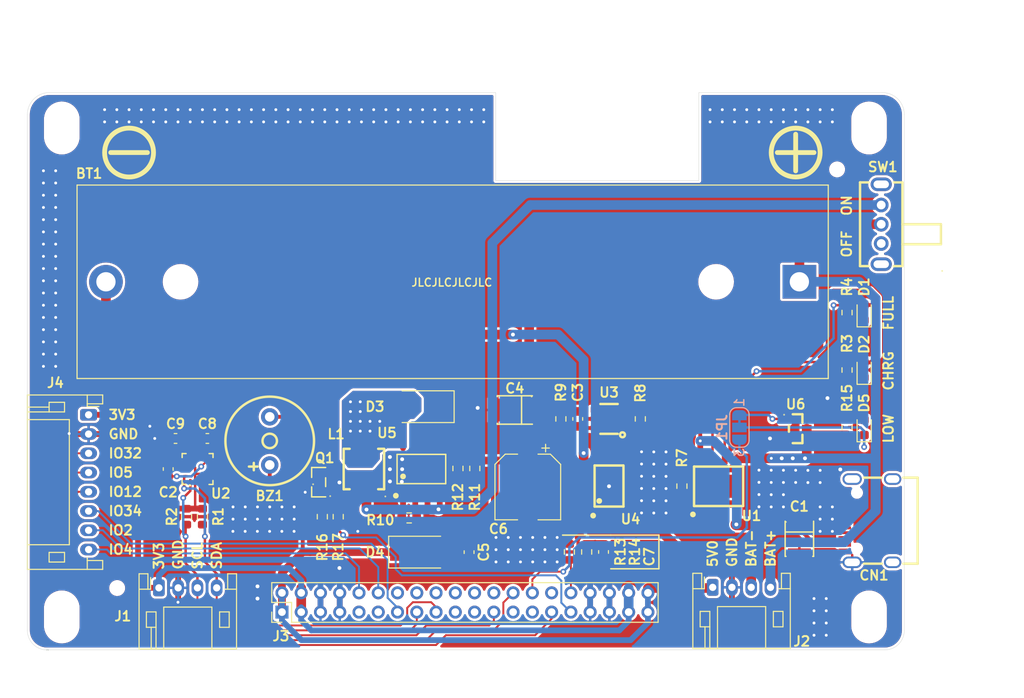
<source format=kicad_pcb>
(kicad_pcb (version 20211014) (generator pcbnew)
  (layers (0 "F.Cu" signal) (31 "B.Cu" signal) (34 "B.Paste" user) (35 "F.Paste" user) (36 "B.SilkS" user "B.Silkscreen") (37 "F.SilkS" user "F.Silkscreen") (38 "B.Mask" user) (39 "F.Mask" user) (44 "Edge.Cuts" user))
  (net 0 "")
  (net 1 "SENSOR_VP")
  (net 2 "SENSOR_VN")
  (net 3 "IO15")
  (net 4 "IO13")
  (net 5 "ESP32_EN")
  (net 6 "IO21")
  (net 7 "IO22")
  (net 8 "TXD0")
  (net 9 "IO23")
  (net 10 "IO0")
  (net 11 "IO14")
  (net 12 "IO27")
  (net 13 "IO25")
  (net 14 "IO26")
  (net 15 "IO33")
  (net 16 "BATT-")
  (net 17 "+5V")
  (net 18 "GND")
  (net 19 "Net-(C3-Pad1)")
  (net 20 "Net-(D3-Pad2)")
  (net 21 "BATT+")
  (net 22 "Net-(U3-Pad1)")
  (net 23 "VBUS")
  (net 24 "+3V3")
  (net 25 "I2C_SCL")
  (net 26 "I2C_SDA")
  (net 27 "/DCIN")
  (net 28 "Net-(C2-Pad2)")
  (net 38 "IO4")
  (net 39 "IO2")
  (net 40 "IO34")
  (net 41 "IO12")
  (net 42 "IO5")
  (net 43 "IO32")
  (net 44 "IO35")
  (net 45 "Net-(C5-Pad1)")
  (net 46 "Net-(R7-Pad1)")
  (net 47 "Net-(R8-Pad1)")
  (net 48 "Net-(R10-Pad1)")
  (net 49 "Net-(R11-Pad2)")
  (net 52 "Net-(U3-Pad3)")
  (net 54 "Net-(U4-Pad1)")
  (net 56 "Net-(BZ1-Pad2)")
  (net 57 "Net-(Q1-Pad1)")
  (net 58 "Net-(D1-Pad1)")
  (net 59 "Net-(C2-Pad1)")
  (net 60 "Net-(C8-Pad2)")
  (net 65 "Net-(D2-Pad1)")
  (net 66 "Net-(D5-Pad1)")
  (net 67 "Net-(D5-Pad2)")
  (net 68 "Net-(R3-Pad2)")
  (net 69 "Net-(R4-Pad2)")
  (footprint "Resistor_SMD:R_0603_1608Metric" (layer "F.Cu") (at 134.02129 104.90738 -90)
    (fp_text reference "R17")
    (fp_text value "1K0")
  )
  (footprint "Resistor_SMD:R_0603_1608Metric" (layer "F.Cu") (at 146.45358 99.89476 -90)
    (fp_text reference "R12")
    (fp_text value "10K")
  )
  (footprint "Capacitor_SMD:C_0603_1608Metric" (layer "F.Cu") (at 161.56929 108.57138 90)
    (fp_text reference "C7")
    (fp_text value "100nF50V")
  )
  (footprint "Resistor_SMD:R_0603_1608Metric" (layer "F.Cu") (at 158.02429 108.57138 -90)
    (fp_text reference "R13")
    (fp_text value "10K")
  )
  (footprint "footprint:SOT-23-3_L2.9-W1.3-P1.90-LS2.4-BR" (layer "F.Cu") (at 131.98929 101.32138)
    (fp_text reference "Q1")
    (fp_text value "SS8050")
  )
  (footprint "Resistor_SMD:R_0603_1608Metric" (layer "F.Cu") (at 148.20358 99.89476 -90)
    (fp_text reference "R11")
    (fp_text value "75K")
  )
  (footprint "footprint:BUZ-TH_BD9.0-P5.00-D0.6-FD" (layer "F.Cu") (at 126.90929 97.03338 90)
    (fp_text reference "BZ1")
    (fp_text value "HNB09A05")
  )
  (footprint "LED_SMD:LED_0603_1608Metric" (layer "F.Cu") (at 188.63129 89.66738 90)
    (fp_text reference "D2")
    (fp_text value "LED_YEL")
  )
  (footprint "Resistor_SMD:R_0603_1608Metric" (layer "F.Cu") (at 186.85329 95.63638 90)
    (fp_text reference "R15")
    (fp_text value "1K0")
  )
  (footprint "footprint:ESOP-8_L4.9-W3.9-P1.27-LS6.0-BL-EP" (layer "F.Cu") (at 173.51829 101.75038)
    (fp_text reference "U1")
    (fp_text value "TP4056")
  )
  (footprint "Resistor_SMD:R_0603_1608Metric" (layer "F.Cu") (at 141.38729 105.03438 180)
    (fp_text reference "R10")
    (fp_text value "33K")
  )
  (footprint "Connector_JST:JST_PH_S8B-PH-K_1x08_P2.00mm_Horizontal" (layer "F.Cu") (at 108.10329 94.32138 -90)
    (fp_text reference "J4")
    (fp_text value "112508RT/RH")
  )
  (footprint "footprint:SOP-8_L4.9-W3.9-P1.27-LS6.0-BL-EP" (layer "F.Cu") (at 142.65729 99.95438)
    (fp_text reference "U5")
    (fp_text value "FP6298XR-G1")
  )
  (footprint "footprint:USB-C_SMD-TYPE-C-31-M-12" (layer "F.Cu") (at 190.40329 105.32138 90)
    (fp_text reference "CN1")
    (fp_text value "TYPE-C-31-M-12")
  )
  (footprint "Capacitor_SMD:C_0603_1608Metric" (layer "F.Cu") (at 158.89029 94.74738 -90)
    (fp_text reference "C3")
    (fp_text value "100nF50V")
  )
  (footprint "MountingHole:MountingHole_3.2mm_M3" (layer "F.Cu") (at 105.31929 115.32138)
    (fp_text reference "H4" hide)
    (fp_text value "Hole")
  )
  (footprint "lcsc_fp-V6:JLC_HOLE_1.152mm" (layer "F.Cu") (at 185.81929 68.82138)
    (fp_text reference "REF**" hide)
    (fp_text value "JLC_HOLE_1.152mm")
  )
  (footprint "lcsc_fp-V6:JLC_HOLE_1.152mm" (layer "F.Cu") (at 111.06929 112.32138)
    (fp_text reference "REF**" hide)
    (fp_text value "JLC_HOLE_1.152mm")
  )
  (footprint "Resistor_SMD:R_0603_1608Metric" (layer "F.Cu") (at 119.92429 104.90738 -90)
    (fp_text reference "R1")
    (fp_text value "4K7")
  )
  (footprint "footprint:IND-SMD_L4.2-W4.4_MWSA0402S-XX" (layer "F.Cu") (at 136.68829 99.95438 90)
    (fp_text reference "L1")
    (fp_text value "MWSA0402S-3R3MT")
  )
  (footprint "Resistor_SMD:R_0603_1608Metric" (layer "F.Cu") (at 186.85329 89.66738 90)
    (fp_text reference "R3")
    (fp_text value "1K0")
  )
  (footprint "LED_SMD:LED_0603_1608Metric" (layer "F.Cu") (at 188.63129 83.69838 90)
    (fp_text reference "D1")
    (fp_text value "LED_GRN")
  )
  (footprint "footprint:SW-TH_SK12D07VG4" (layer "F.Cu") (at 192.40329 74.52138 90)
    (fp_text reference "SW1")
    (fp_text value "SK12D07VG4")
  )
  (footprint "Resistor_SMD:R_0603_1608Metric" (layer "F.Cu") (at 169.70829 101.73238 90)
    (fp_text reference "R7")
    (fp_text value "3K9")
  )
  (footprint "Resistor_SMD:R_0603_1608Metric" (layer "F.Cu") (at 165.39029 94.74738 90)
    (fp_text reference "R8")
    (fp_text value "1K0")
  )
  (footprint "Capacitor_SMD:C_0603_1608Metric" (layer "F.Cu") (at 147.61029 108.59038 -90)
    (fp_text reference "C5")
    (fp_text value "100nF50V")
  )
  (footprint "Diode_SMD:D_SMA" (layer "F.Cu") (at 142.65729 108.59038)
    (fp_text reference "D4")
    (fp_text value "SS34")
  )
  (footprint "Connector_JST:JST_PH_S4B-PH-K_1x04_P2.00mm_Horizontal" (layer "F.Cu") (at 115.40329 112.30038)
    (fp_text reference "J1")
    (fp_text value "112504RT/RH")
  )
  (footprint "Connector_PinHeader_2.00mm:PinHeader_2x20_P2.00mm_Vertical" (layer "F.Cu") (at 128.18 114.82 90)
    (fp_text reference "J3")
    (fp_text value "CH71402V100")
  )
  (footprint "footprint:BatteryHolder_MPD_BH-18650-PC2" (layer "F.Cu") (at 145.90329 80.50038 180)
    (fp_text reference "BT1")
    (fp_text value "Battery_Cell")
  )
  (footprint "Resistor_SMD:R_0603_1608Metric" (layer "F.Cu") (at 186.85329 83.69838 90)
    (fp_text reference "R4")
    (fp_text value "1K0")
  )
  (footprint "MountingHole:MountingHole_3.2mm_M3" (layer "F.Cu") (at 189.13929 64.52138)
    (fp_text reference "H3" hide)
    (fp_text value "Hole")
  )
  (footprint "Connector_JST:JST_PH_S4B-PH-K_1x04_P2.00mm_Horizontal" (layer "F.Cu") (at 172.90329 112.25038)
    (fp_text reference "J2")
    (fp_text value "112504RT/RH")
  )
  (footprint "footprint:CAP-SMD_L3.5-W2.8" (layer "F.Cu") (at 152.30929 93.82138 180)
    (fp_text reference "C4")
    (fp_text value "100uF6.3V")
  )
  (footprint "footprint:SOT-23_L2.9-W1.3-P1.90-LS2.4-BR" (layer "F.Cu") (at 181.51929 95.76338 180)
    (fp_text reference "U6")
    (fp_text value "ME2808A30M3G")
  )
  (footprint "Diode_SMD:D_SMA" (layer "F.Cu") (at 142.65729 93.47738 180)
    (fp_text reference "D3")
    (fp_text value "SS34")
  )
  (footprint "MountingHole:MountingHole_3.2mm_M3" (layer "F.Cu") (at 189.13929 115.32138)
    (fp_text reference "H1" hide)
    (fp_text value "Hole")
  )
  (footprint "MountingHole:MountingHole_3.2mm_M3" (layer "F.Cu") (at 105.31929 64.52138)
    (fp_text reference "H2" hide)
    (fp_text value "Hole")
  )
  (footprint "Capacitor_SMD:C_0603_1608Metric" (layer "F.Cu") (at 116.36829 99.95438 -90)
    (fp_text reference "C2")
    (fp_text value "0.22uF25V")
  )
  (footprint "Resistor_SMD:R_0603_1608Metric" (layer "F.Cu") (at 157.14029 94.74738 -90)
    (fp_text reference "R9")
    (fp_text value "100")
  )
  (footprint "Resistor_SMD:R_0603_1608Metric" (layer "F.Cu") (at 118.27329 104.90738 -90)
    (fp_text reference "R2")
    (fp_text value "4K7")
  )
  (footprint "footprint:SOT-23-6_L2.9-W1.6-P0.95-LS2.8-BR" (layer "F.Cu") (at 162.14029 94.74738)
    (fp_text reference "U3")
    (fp_text value "DW01")
  )
  (footprint "Resistor_SMD:R_0603_1608Metric" (layer "F.Cu") (at 132.37029 104.90738 -90)
    (fp_text reference "R16")
    (fp_text value "10K")
  )
  (footprint "footprint:CAP-SMD_L3.5-W2.8" (layer "F.Cu") (at 181.90329 107.25038 -90)
    (fp_text reference "C1")
    (fp_text value "100uF6.3V")
  )
  (footprint "footprint:LGA-16_L3.0-W3.0-P0.50-BL_SQ" (layer "F.Cu") (at 119.41629 99.95438)
    (fp_text reference "U2")
    (fp_text value "QMC5883L")
  )
  (footprint "Resistor_SMD:R_0603_1608Metric" (layer "F.Cu") (at 159.81929 108.57138 90)
    (fp_text reference "R14")
    (fp_text value "27K")
  )
  (footprint "footprint:TSSOP-8_L4.4-W3.0-P0.65-LS6.4-BL-2" (layer "F.Cu") (at 162.14029 101.74738)
    (fp_text reference "U4")
    (fp_text value "FS8205A")
  )
  (footprint "Capacitor_SMD:CP_Elec_6.3x7.7" (layer "F.Cu") (at 153.70629 101.82138 -90)
    (fp_text reference "C6")
    (fp_text value "220uF16V")
  )
  (footprint "Capacitor_SMD:C_0603_1608Metric" (layer "F.Cu") (at 117.13029 96.77938)
    (fp_text reference "C9")
    (fp_text value "100nF50V")
  )
  (footprint "Capacitor_SMD:C_0603_1608Metric" (layer "F.Cu") (at 120.43229 96.77938 180)
    (fp_text reference "C8")
    (fp_text value "4.7uF16V")
  )
  (footprint "LED_SMD:LED_0603_1608Metric" (layer "F.Cu") (at 188.63129 95.63638 90)
    (fp_text reference "D5")
    (fp_text value "LED_RED")
  )
  (footprint "Jumper:SolderJumper-3_P1.3mm_Open_RoundedPad1.0x1.5mm_NumberLabels" (layer "B.Cu") (at 175.67729 95.63638 -90)
    (fp_text reference "JP1")
    (fp_text value "Bridged12")
  )
  (gr_line (start 162.31929 106.82138) (end 157.31929 106.82138) (layer "F.SilkS") (width 0.1524))
  (gr_line (start 181.51929 65.16638) (end 181.51929 68.97638) (layer "F.SilkS") (width 0.5))
  (gr_circle (center 181.51929 67.07138) (end 184.05929 67.07138) (layer "F.SilkS") (width 0.5) (fill none))
  (gr_line (start 167.31929 106.82138) (end 167.31929 110.32138) (layer "F.SilkS") (width 0.1524))
  (gr_circle (center 112.30429 67.07138) (end 114.84429 67.07138) (layer "F.SilkS") (width 0.5) (fill none))
  (gr_line (start 179.61429 67.07138) (end 183.42429 67.07138) (layer "F.SilkS") (width 0.5))
  (gr_line (start 110.39929 67.07138) (end 114.20929 67.07138) (layer "F.SilkS") (width 0.5))
  (gr_line (start 167.31929 110.32138) (end 162.31929 110.32138) (layer "F.SilkS") (width 0.1524))
  (gr_line (start 162.31929 106.82138) (end 167.31929 106.82138) (layer "F.SilkS") (width 0.1524))
  (gr_line (start 101.74429 116.71838) (end 101.74429 63.12438) (layer "Edge.Cuts") (width 0.0381))
  (gr_arc (start 103.77629 118.75038) (mid 102.339449 118.155221) (end 101.74429 116.71838) (layer "Edge.Cuts") (width 0.0381))
  (gr_line (start 171.46729 60.83838) (end 171.46729 69.98238) (layer "Edge.Cuts") (width 0.0381))
  (gr_line (start 171.46729 60.83838) (end 190.51729 60.83838) (layer "Edge.Cuts") (width 0.0381))
  (gr_line (start 192.80329 116.71838) (end 192.80329 63.12438) (layer "Edge.Cuts") (width 0.0381))
  (gr_arc (start 190.51729 60.83838) (mid 192.133736 61.507934) (end 192.80329 63.12438) (layer "Edge.Cuts") (width 0.0381))
  (gr_line (start 103.90329 118.75038) (end 190.77129 118.75038) (layer "Edge.Cuts") (width 0.0381))
  (gr_line (start 171.46729 69.98238) (end 150.38529 69.98238) (layer "Edge.Cuts") (width 0.0381))
  (gr_line (start 150.38529 60.83838) (end 104.03029 60.83838) (layer "Edge.Cuts") (width 0.0381))
  (gr_arc (start 101.74429 63.12438) (mid 102.413844 61.507934) (end 104.03029 60.83838) (layer "Edge.Cuts") (width 0.0381))
  (gr_line (start 150.38529 60.83838) (end 150.38529 69.98238) (layer "Edge.Cuts") (width 0.0381))
  (gr_arc (start 192.80329 116.71838) (mid 192.208131 118.155221) (end 190.77129 118.75038) (layer "Edge.Cuts") (width 0.0381))
  (gr_line (start 103.77629 118.75038) (end 103.90329 118.75038) (layer "Edge.Cuts") (width 0.15))
  (gr_text "IO32" (at 110.06929 98.32138) (layer "F.SilkS") (effects (font (size 1 1) (thickness 0.2)) (justify left)))
  (gr_text "IO5" (at 110.06929 100.32138) (layer "F.SilkS") (effects (font (size 1 1) (thickness 0.2)) (justify left)))
  (gr_text "SCL" (at 119.40329 110.50038 90) (layer "F.SilkS") (effects (font (size 1 1) (thickness 0.2)) (justify left)))
  (gr_text "GND" (at 174.90329 110.25038 90) (layer "F.SilkS") (effects (font (size 1 1) (thickness 0.2)) (justify left)))
  (gr_text "OFF" (at 186.81929 76.57138 90) (layer "F.SilkS") (effects (font (size 1 1) (thickness 0.2))))
  (gr_text "3V3" (at 115.40329 110.50038 90) (layer "F.SilkS") (effects (font (size 1 1) (thickness 0.2)) (justify left)))
  (gr_text "IO34" (at 110.06929 104.32138) (layer "F.SilkS") (effects (font (size 1 1) (thickness 0.2)) (justify left)))
  (gr_text "GND" (at 110.06929 96.32138) (layer "F.SilkS") (effects (font (size 1 1) (thickness 0.2)) (justify left)))
  (gr_text "ON" (at 186.81929 72.57138 90) (layer "F.SilkS") (effects (font (size 1 1) (thickness 0.2))))
  (gr_text "CHRG" (at 191.15329 89.75038 90) (layer "F.SilkS") (effects (font (size 1 1) (thickness 0.2))))
  (gr_text "IO2" (at 110.06929 106.32138) (layer "F.SilkS") (effects (font (size 1 1) (thickness 0.2)) (justify left)))
  (gr_text "BAT+" (at 178.90329 110.25038 90) (layer "F.SilkS") (effects (font (size 1 1) (thickness 0.2)) (justify left)))
  (gr_text "IO12" (at 110.06929 102.32138) (layer "F.SilkS") (effects (font (size 1 1) (thickness 0.2)) (justify left)))
  (gr_text "5V0" (at 172.90329 110.25038 90) (layer "F.SilkS") (effects (font (size 1 1) (thickness 0.2)) (justify left)))
  (gr_text "JLCJLCJLCJLC" (at 145.81929 80.57138) (layer "F.SilkS") (effects (font (size 0.8128 0.8128) (thickness 0.1524))))
  (gr_text "BAT-" (at 176.90329 110.25038 90) (layer "F.SilkS") (effects (font (size 1 1) (thickness 0.2)) (justify left)))
  (gr_text "LOW" (at 191.15329 95.75038 90) (layer "F.SilkS") (effects (font (size 1 1) (thickness 0.2))))
  (gr_text "SDA" (at 121.40329 110.50038 90) (layer "F.SilkS") (effects (font (size 1 1) (thickness 0.2)) (justify left)))
  (gr_text "GND" (at 117.40329 110.50038 90) (layer "F.SilkS") (effects (font (size 1 1) (thickness 0.2)) (justify left)))
  (gr_text "3V3" (at 110.06929 94.32138) (layer "F.SilkS") (effects (font (size 1 1) (thickness 0.2)) (justify left)))
  (gr_text "FULL" (at 191.15329 83.75038 90) (layer "F.SilkS") (effects (font (size 1 1) (thickness 0.2))))
  (gr_text "IO4" (at 110.06929 108.32138) (layer "F.SilkS") (effects (font (size 1 1) (thickness 0.2)) (justify left)))
  (segment (start 157.38929 110.62238) (end 154.97629 110.62238) (width 0.2) (layer "F.Cu") (net 13))
  (segment (start 154.18 111.41867) (end 154.18 112.82) (width 0.2) (layer "F.Cu") (net 13))
  (segment (start 154.97629 110.62238) (end 154.18 111.41867) (width 0.2) (layer "F.Cu") (net 13))
  (via (at 157.38929 110.62238) (size 0.6) (drill 0.3) (layers "F.Cu" "B.Cu") (net 13))
  (segment (start 175.67729 97.92238) (end 175.67729 96.93638) (width 0.254) (layer "B.Cu") (net 13))
  (segment (start 158.02429 108.08238) (end 159.04029 107.06638) (width 0.254) (layer "B.Cu") (net 13))
  (segment (start 157.38929 110.62238) (end 158.02429 109.98738) (width 0.254) (layer "B.Cu") (net 13))
  (segment (start 175.42329 107.06638) (end 176.43929 106.05038) (width 0.254) (layer "B.Cu") (net 13))
  (segment (start 159.04029 107.06638) (end 175.42329 107.06638) (width 0.254) (layer "B.Cu") (net 13))
  (segment (start 158.02429 109.98738) (end 158.02429 108.08238) (width 0.254) (layer "B.Cu") (net 13))
  (segment (start 176.43929 106.05038) (end 176.43929 98.68438) (width 0.254) (layer "B.Cu") (net 13))
  (segment (start 176.43929 98.68438) (end 175.67729 97.92238) (width 0.254) (layer "B.Cu") (net 13))
  (segment (start 134.02129 106.30438) (end 134.52929 106.81238) (width 0.254) (layer "F.Cu") (net 15))
  (segment (start 134.02129 105.73238) (end 134.02129 106.30438) (width 0.254) (layer "F.Cu") (net 15))
  (via (at 134.52929 106.81238) (size 0.6) (drill 0.3) (layers "F.Cu" "B.Cu") (net 15))
  (segment (start 134.52929 106.81238) (end 134.78329 107.06638) (width 0.2) (layer "B.Cu") (net 15))
  (segment (start 157.18609 113.84818) (end 158.15791 114.82) (width 0.2) (layer "B.Cu") (net 15))
  (segment (start 139.99029 110.36838) (end 140.62529 111.00338) (width 0.2) (layer "B.Cu") (net 15))
  (segment (start 158.15791 114.82) (end 158.18 114.82) (width 0.2) (layer "B.Cu") (net 15))
  (segment (start 157.18609 111.56218) (end 157.18609 113.84818) (width 0.2) (layer "B.Cu") (net 15))
  (segment (start 134.78329 107.06638) (end 137.95829 107.06638) (width 0.2) (layer "B.Cu") (net 15))
  (segment (start 139.99029 109.09838) (end 139.99029 110.36838) (width 0.2) (layer "B.Cu") (net 15))
  (segment (start 156.62729 111.00338) (end 157.18609 111.56218) (width 0.2) (layer "B.Cu") (net 15))
  (segment (start 140.62529 111.00338) (end 156.62729 111.00338) (width 0.2) (layer "B.Cu") (net 15))
  (segment (start 137.95829 107.06638) (end 139.99029 109.09838) (width 0.2) (layer "B.Cu") (net 15))
  (segment (start 161.815373 104.947786) (end 161.815373 106.285463) (width 0.4) (layer "F.Cu") (net 16))
  (segment (start 162.465614 106.181056) (end 162.08829 106.55838) (width 0.4) (layer "F.Cu") (net 16))
  (segment (start 161.815373 106.285463) (end 162.08829 106.55838) (width 0.4) (layer "F.Cu") (net 16))
  (segment (start 170.08929 108.97138) (end 175.29629 108.97138) (width 1) (layer "F.Cu") (net 16))
  (segment (start 159.04129 95.52238) (end 159.50429 95.98538) (width 0.4) (layer "F.Cu") (net 16))
  (segment (start 160.43729 106.55838) (end 162.08829 106.55838) (width 1) (layer "F.Cu") (net 16))
  (segment (start 162.128696 104.947786) (end 162.128696 106.517974) (width 0.4) (layer "F.Cu") (net 16))
  (segment (start 159.50429 105.62538) (end 160.43729 106.55838) (width 1) (layer "F.Cu") (net 16))
  (segment (start 160.740239 95.69724) (end 159.21615 95.69724) (width 0.4) (layer "F.Cu") (net 16))
  (segment (start 159.50429 98.30038) (end 159.50429 105.62538) (width 1) (layer "F.Cu") (net 16))
  (segment (start 109.90329 82.96738) (end 112.92029 85.98438) (width 1) (layer "F.Cu") (net 16))
  (segment (start 176.90329 110.57838) (end 176.90329 112.25038) (width 1) (layer "F.Cu") (net 16))
  (segment (start 159.50429 95.98538) (end 159.50429 98.30038) (width 0.4) (layer "F.Cu") (net 16))
  (segment (start 109.90329 80.50038) (end 109.90329 82.96738) (width 1) (layer "F.Cu") (net 16))
  (segment (start 162.08829 106.55838) (end 167.67629 106.55838) (width 1) (layer "F.Cu") (net 16))
  (segment (start 162.128696 106.517974) (end 162.08829 106.55838) (width 0.4) (layer "F.Cu") (net 16))
  (segment (start 167.67629 106.55838) (end 170.08929 108.97138) (width 1) (layer "F.Cu") (net 16))
  (segment (start 112.92029 85.98438) (end 152.16329 85.98438) (width 1) (layer "F.Cu") (net 16))
  (segment (start 162.465614 104.947786) (end 162.128696 104.947786) (width 0.4) (layer "F.Cu") (net 16))
  (segment (start 159.21615 95.69724) (end 159.04129 95.52238) (width 0.4) (layer "F.Cu") (net 16))
  (segment (start 162.465614 104.947786) (end 162.465614 106.181056) (width 0.4) (layer "F.Cu") (net 16))
  (segment (start 162.128696 104.947786) (end 161.815373 104.947786) (width 0.4) (layer "F.Cu") (net 16))
  (segment (start 175.29629 108.97138) (end 176.90329 110.57838) (width 1) (layer "F.Cu") (net 16))
  (via (at 159.50429 98.30038) (size 0.9) (drill 0.4) (layers "F.Cu" "B.Cu") (net 16))
  (via (at 152.16329 85.98438) (size 0.9) (drill 0.4) (layers "F.Cu" "B.Cu") (net 16))
  (segment (start 159.50429 88.62638) (end 159.50429 98.30038) (width 1) (layer "B.Cu") (net 16))
  (segment (start 156.86229 85.98438) (end 159.50429 88.62638) (width 1) (layer "B.Cu") (net 16))
  (segment (start 152.16329 85.98438) (end 156.86229 85.98438) (width 1) (layer "B.Cu") (net 16))
  (segment (start 141.16529 108.59038) (end 131.10029 108.59038) (width 0.8) (layer "F.Cu") (net 17))
  (segment (start 166.18 112.32) (end 172.83367 112.32) (width 1) (layer "F.Cu") (net 17))
  (segment (start 131.10029 108.59038) (end 130.33829 108.59038) (width 0.8) (layer "F.Cu") (net 17))
  (segment (start 128.18 112.32) (end 128.18 113.29009) (width 0.6) (layer "F.Cu") (net 17))
  (segment (start 130.33829 103.51038) (end 130.33829 108.59038) (width 0.4) (layer "F.Cu") (net 17))
  (segment (start 127.79829 102.62138) (end 129.44929 102.62138) (width 0.4) (layer "F.Cu") (net 17))
  (segment (start 172.83367 112.32) (end 172.90329 112.25038) (width 1) (layer "F.Cu") (net 17))
  (segment (start 128.18 113.29009) (end 128.18 114.82) (width 0.8) (layer "F.Cu") (net 17))
  (segment (start 128.18 110.74867) (end 128.18 113.29009) (width 0.8) (layer "F.Cu") (net 17))
  (segment (start 129.44929 102.62138) (end 130.33829 103.51038) (width 0.4) (layer "F.Cu") (net 17))
  (segment (start 126.90929 99.532999) (end 126.90929 101.73238) (width 0.4) (layer "F.Cu") (net 17))
  (segment (start 126.90929 101.73238) (end 127.79829 102.62138) (width 0.4) (layer "F.Cu") (net 17))
  (segment (start 130.33829 108.59038) (end 128.18 110.74867) (width 0.8) (layer "F.Cu") (net 17))
  (segment (start 130.21129 117.73438) (end 164.37429 117.73438) (width 0.6) (layer "B.Cu") (net 17))
  (segment (start 166.18 115.92867) (end 166.18 112.32) (width 0.6) (layer "B.Cu") (net 17))
  (segment (start 128.18 115.70309) (end 130.21129 117.73438) (width 0.6) (layer "B.Cu") (net 17))
  (segment (start 164.37429 117.73438) (end 166.18 115.92867) (width 0.6) (layer "B.Cu") (net 17))
  (segment (start 128.18 112.82) (end 128.18 115.70309) (width 0.6) (layer "B.Cu") (net 17))
  (segment (start 134.18 112.32) (end 134.18 114.82) (width 0.6) (layer "F.Cu") (net 18))
  (segment (start 117.40329 112.30038) (end 117.40329 110.64138) (width 0.6) (layer "F.Cu") (net 18))
  (segment (start 140.65958 98.70576) (end 144.401008 98.70576) (width 0.6) (layer "F.Cu") (net 18))
  (segment (start 161.815373 98.546974) (end 161.815373 101.422463) (width 0.4) (layer "F.Cu") (net 18))
  (segment (start 140.625286 101.280054) (end 140.625286 100.753054) (width 0.6) (layer "F.Cu") (net 18))
  (segment (start 117.40329 112.30038) (end 117.40329 113.65138) (width 0.6) (layer "F.Cu") (net 18))
  (segment (start 162.465614 98.546974) (end 161.815373 98.546974) (width 0.254) (layer "F.Cu") (net 18))
  (segment (start 144.379616 101.280054) (end 143.982964 101.280054) (width 0.6) (layer "F.Cu") (net 18))
  (segment (start 121.20729 95.77638) (end 121.20729 96.77938) (width 0.254) (layer "F.Cu") (net 18))
  (segment (start 118.78129 95.63638) (end 119.28929 95.12838) (width 0.254) (layer "F.Cu") (net 18))
  (segment (start 162.18 114.82) (end 162.18 110.65767) (width 0.6) (layer "F.Cu") (net 18))
  (segment (start 144.562294 98.613046) (end 144.435294 98.740046) (width 0.6) (layer "F.Cu") (net 18))
  (segment (start 156.51329 109.36538) (end 156.75429 109.60638) (width 0.8) (layer "F.Cu") (net 18))
  (segment (start 144.401008 98.70576) (end 144.435294 98.740046) (width 0.6) (layer "F.Cu") (net 18))
  (segment (start 141.077616 99.375054) (end 141.38729 99.06538) (width 0.6) (layer "F.Cu") (net 18))
  (segment (start 120.55929 95.12838) (end 121.20729 95.77638) (width 0.254) (layer "F.Cu") (net 18))
  (segment (start 169.70829 100.90738) (end 172.67529 100.90738) (width 0.6) (layer "F.Cu") (net 18))
  (segment (start 161.51929 107.74638) (end 161.56929 107.79638) (width 0.8) (layer "F.Cu") (net 18))
  (segment (start 160.18 114.82) (end 160.18 110.62567) (width 0.6) (layer "F.Cu") (net 18))
  (segment (start 178.85229 96.77938) (end 180.30329 96.77938) (width 0.6) (layer "F.Cu") (net 18))
  (segment (start 140.752286 104.844384) (end 140.56229 105.03438) (width 0.6) (layer "F.Cu") (net 18))
  (segment (start 174.90329 112.25038) (end 174.90329 113.78538) (width 0.6) (layer "F.Cu") (net 18))
  (segment (start 140.752286 102.726796) (end 140.752286 104.844384) (width 0.6) (layer "F.Cu") (net 18))
  (segment (start 140.752286 102.726796) (end 140.752286 101.407054) (width 0.6) (layer "F.Cu") (net 18))
  (segment (start 108.10329 96.32138) (end 106.13129 96.32138) (width 0.6) (layer "F.Cu") (net 18))
  (segment (start 144.562294 97.181964) (end 144.562294 98.613046) (width 0.6) (layer "F.Cu") (net 18))
  (segment (start 140.625286 101.280054) (end 140.625286 98.740054) (width 0.6) (layer "F.Cu") (net 18))
  (segment (start 174.153291 102.385381) (end 173.51829 101.75038) (width 0.6) (layer "F.Cu") (net 18))
  (segment (start 119.28929 95.12838) (end 120.55929 95.12838) (width 0.254) (layer "F.Cu") (net 18))
  (segment (start 132.18 112.32) (end 132.18 114.82) (width 0.6) (layer "F.Cu") (net 18))
  (segment (start 180.30329 96.77938) (end 180.369277 96.713393) (width 0.6) (layer "F.Cu") (net 18))
  (segment (start 144.435294 99.833474) (end 144.435294 99.229046) (width 0.6) (layer "F.Cu") (net 18))
  (segment (start 141.38729 99.06538) (end 141.38729 100.97038) (width 0.6) (layer "F.Cu") (net 18))
  (segment (start 144.435294 101.224376) (end 144.379616 101.280054) (width 0.6) (layer "F.Cu") (net 18))
  (segment (start 144.435294 98.740046) (end 144.435294 101.224376) (width 0.6) (layer "F.Cu") (net 18))
  (segment (start 141.077616 101.280054) (end 141.077616 99.375054) (width 0.6) (layer "F.Cu") (net 18))
  (segment (start 174.90329 112.25038) (end 174.90329 110.76138) (width 0.6) (layer "F.Cu") (net 18))
  (segment (start 114.97129 96.77938) (end 116.35529 96.77938) (width 0.6) (layer "F.Cu") (net 18))
  (segment (start 140.752286 101.407054) (end 140.625286 101.280054) (width 0.6) (layer "F.Cu") (net 18))
  (segment (start 159.81929 107.74638) (end 161.51929 107.74638) (width 0.8) (layer "F.Cu") (net 18))
  (segment (start 119.166239 98.688213) (end 119.166239 97.926329) (width 0.254) (layer "F.Cu") (net 18))
  (segment (start 108.10329 96.32138) (end 109.46029 96.32138) (width 0.6) (layer "F.Cu") (net 18))
  (segment (start 140.625286 98.740054) (end 140.65958 98.70576) (width 0.6) (layer "F.Cu") (net 18))
  (segment (start 147.73729 109.36538) (end 156.51329 109.36538) (width 0.8) (layer "F.Cu") (net 18))
  (segment (start 120.166239 98.688213) (end 120.166239 97.820431) (width 0.254) (layer "F.Cu") (net 18))
  (segment (start 143.982964 101.280054) (end 143.982964 99.136706) (width 0.6) (layer "F.Cu") (net 18))
  (segment (start 161.815373 101.422463) (end 162.14029 101.74738) (width 0.4) (layer "F.Cu") (net 18))
  (segment (start 120.166239 97.820431) (end 121.20729 96.77938) (width 0.254) (layer "F.Cu") (net 18))
  (segment (start 141.077616 101.280054) (end 140.625286 101.280054) (width 0.6) (layer "F.Cu") (net 18))
  (segment (start 118.78129 97.54138) (end 118.78129 95.63638) (width 0.254) (layer "F.Cu") (net 18))
  (segment (start 106.13129 96.32138) (end 106.08129 96.27138) (width 0.6) (layer "F.Cu") (net 18))
  (segment (start 172.67529 100.90738) (end 173.51829 101.75038) (width 0.6) (layer "F.Cu") (net 18))
  (segment (start 174.153291 104.658686) (end 174.153291 102.385381) (width 0.6) (layer "F.Cu") (net 18))
  (segment (start 119.166239 97.926329) (end 118.78129 97.54138) (width 0.254) (layer "F.Cu") (net 18))
  (segment (start 144.435294 98.740046) (end 144.435294 99.229046) (width 0.6) (layer "F.Cu") (net 18))
  (segment (start 143.982964 101.280054) (end 141.077616 101.280054) (width 0.6) (layer "F.Cu") (net 18))
  (via (at 186.15329 100.00038) (size 0.9) (drill 0.4) (layers "F.Cu" "B.Cu") (net 18))
  (via (at 165.51729 101.9748) (size 0.6) (drill 0.3) (layers "F.Cu" "B.Cu") (net 18))
  (via (at 154.21429 107.06638) (size 0.6) (drill 0.3) (layers "F.Cu" "B.Cu") (net 18))
  (via (at 126.89771 106.43138) (size 0.6) (drill 0.3) (layers "F.Cu" "B.Cu") (net 18))
  (via (at 112.30429 62.61638) (size 0.6) (drill 0.3) (layers "F.Cu" "B.Cu") (net 18))
  (via (at 140.65958 98.93838) (size 0.9) (drill 0.4) (layers "F.Cu" "B.Cu") (net 18))
  (via (at 185.32929 62.61638) (size 0.6) (drill 0.3) (layers "F.Cu" "B.Cu") (net 18))
  (via (at 114.46329 95.50938) (size 0.6) (drill 0.3) (layers "F.Cu" "B.Cu") (net 18))
  (via (at 152.94429 108.33638) (size 0.6) (drill 0.3) (layers "F.Cu" "B.Cu") (net 18))
  (via (at 124.35771 106.43138) (size 0.6) (drill 0.3) (layers "F.Cu" "B.Cu") (net 18))
  (via (at 168.05729 103.25638) (size 0.6) (drill 0.3) (layers "F.Cu" "B.Cu") (net 18))
  (via (at 181.51929 100.08138) (size 0.6) (drill 0.3) (layers "F.Cu" "B.Cu") (net 18))
  (via (at 103.41429 86.74638) (size 0.6) (drill 0.3) (layers "F.Cu" "B.Cu") (net 18))
  (via (at 133.89429 63.88638) (size 0.6) (drill 0.3) (layers "F.Cu" "B.Cu") (net 18))
  (via (at 168.05729 98.17638) (size 0.6) (drill 0.3) (layers "F.Cu" "B.Cu") (net 18))
  (via (at 131.35429 62.61638) (size 0.6) (drill 0.3) (layers "F.Cu" "B.Cu") (net 18))
  (via (at 146.59429 63.88638) (size 0.6) (drill 0.3) (layers "F.Cu" "B.Cu") (net 18))
  (via (at 123.08771 106.43138) (size 0.6) (drill 0.3) (layers "F.Cu" "B.Cu") (net 18))
  (via (at 103.41429 82.93638) (size 0.6) (drill 0.3) (layers "F.Cu" "B.Cu") (net 18))
  (via (at 181.51929 101.35138) (size 0.6) (drill 0.3) (layers "F.Cu" "B.Cu") (net 18))
  (via (at 139.38958 101.24576) (size 0.9) (drill 0.4) (layers "F.Cu" "B.Cu") (net 18))
  (via (at 177.70929 62.61638) (size 0.6) (drill 0.3) (layers "F.Cu" "B.Cu") (net 18))
  (via (at 116.11429 62.61638) (size 0.6) (drill 0.3) (layers "F.Cu" "B.Cu") (net 18))
  (via (at 152.94429 109.60638) (size 0.6) (drill 0.3) (layers "F.Cu" "B.Cu") (net 18))
  (via (at 141.51429 62.61638) (size 0.6) (drill 0.3) (layers "F.Cu" "B.Cu") (net 18))
  (via (at 177.70929 103.8798) (size 0.6) (drill 0.3) (layers "F.Cu" "B.Cu") (net 18))
  (via (at 134.14829 110.24138) (size 0.9) (drill 0.4) (layers "F.Cu" "B.Cu") (net 18))
  (via (at 182.78929 62.61638) (size 0.6) (drill 0.3) (layers "F.Cu" "B.Cu") (net 18))
  (via (at 183.42429 113.41638) (size 0.6) (drill 0.3) (layers "F.Cu" "B.Cu") (net 18))
  (via (at 139.38958 99.97576) (size 0.9) (drill 0.4) (layers "F.Cu" "B.Cu") (net 18))
  (via (at 142.78429 62.61638) (size 0.6) (drill 0.3) (layers "F.Cu" "B.Cu") (net 18))
  (via (at 184.69429 114.68638) (size 0.6) (drill 0.3) (layers "F.Cu" "B.Cu") (net 18))
  (via (at 104.68429 88.01638) (size 0.6) (drill 0.3) (layers "F.Cu" "B.Cu") (net 18))
  (via (at 178.97929 62.61638) (size 0.6) (drill 0.3) (layers "F.Cu" "B.Cu") (net 18))
  (via (at 137.70429 62.61638) (size 0.6) (drill 0.3) (layers "F.Cu" "B.Cu") (net 18))
  (via (at 124.36929 103.89138) (size 0.6) (drill 0.3) (layers "F.Cu" "B.Cu") (net 18))
  (via (at 166.78729 99.44638) (size 0.6) (drill 0.3) (layers "F.Cu" "B.Cu") (net 18))
  (via (at 180.24929 101.35138) (size 0.6) (drill 0.3) (layers "F.Cu" "B.Cu") (net 18))
  (via (at 185.32929 106.43138) (size 0.6) (drill 0.3) (layers "F.Cu" "B.Cu") (net 18))
  (via (at 156.75429 108.33638) (size 0.6) (drill 0.3) (layers "F.Cu" "B.Cu") (net 18))
  (via (at 138.97429 63.88638) (size 0.6) (drill 0.3) (layers "F.Cu" "B.Cu") (net 18))
  (via (at 178.97929 102.62138) (size 0.6) (drill 0.3) (layers "F.Cu" "B.Cu") (net 18))
  (via (at 180.24929 63.88638) (size 0.6) (drill 0.3) (layers "F.Cu" "B.Cu") (net 18))
  (via (at 144.05429 63.88638) (size 0.6) (drill 0.3) (layers "F.Cu" "B.Cu") (net 18))
  (via (at 103.41429 80.39638) (size 0.6) (drill 0.3) (layers "F.Cu" "B.Cu") (net 18))
  (via (at 121.19429 62.61638) (size 0.6) (drill 0.3) (layers "F.Cu" "B.Cu") (net 18))
  (via (at 103.41429 85.47638) (size 0.6) (drill 0.3) (layers "F.Cu" "B.Cu") (net 18))
  (via (at 140.65958 99.97576) (size 0.9) (drill 0.4) (layers "F.Cu" "B.Cu") (net 18))
  (via (at 180.24929 62.61638) (size 0.6) (drill 0.3) (layers "F.Cu" "B.Cu") (net 18))
  (via (at 147.86429 63.88638) (size 0.6) (drill 0.3) (layers "F.Cu" "B.Cu") (net 18))
  (via (at 184.05929 105.16138) (size 0.6) (drill 0.3) (layers "F.Cu" "B.Cu") (net 18))
  (via (at 125.63929 105.16138) (size 0.6) (drill 0.3) (layers "F.Cu" "B.Cu") (net 18))
  (via (at 123.09929 103.89138) (size 0.6) (drill 0.3) (layers "F.Cu" "B.Cu") (net 18))
  (via (at 104.68429 85.47638) (size 0.6) (drill 0.3) (layers "F.Cu" "B.Cu") (net 18))
  (via (at 173.89929 62.61638) (size 0.6) (drill 0.3) (layers "F.Cu" "B.Cu") (net 18))
  (via (at 128.81429 63.88638) (size 0.6) (drill 0.3) (layers "F.Cu" "B.Cu") (net 18))
  (via (at 175.16929 62.61638) (size 0.6) (drill 0.3) (layers "F.Cu" "B.Cu") (net 18))
  (via (at 104.68429 82.93638) (size 0.6) (drill 0.3) (layers "F.Cu" "B.Cu") (net 18))
  (via (at 165.51729 99.4348) (size 0.6) (drill 0.3) (layers "F.Cu" "B.Cu") (net 18))
  (via (at 122.46429 63.88638) (size 0.6) (drill 0.3) (layers "F.Cu" "B.Cu") (net 18))
  (via (at 151.67429 107.06638) (size 0.6) (drill 0.3) (layers "F.Cu" "B.Cu") (net 18))
  (via (at 140.625286 101.280054) (size 0.9) (drill 0.4) (layers "F.Cu" "B.Cu") (net 18))
  (via (at 184.69429 115.95638) (size 0.6) (drill 0.3) (layers "F.Cu" "B.Cu") (net 18))
  (via (at 165.51729 100.7048) (size 0.6) (drill 0.3) (layers "F.Cu" "B.Cu") (net 18))
  (via (at 126.27429 62.61638) (size 0.6) (drill 0.3) (layers "F.Cu" "B.Cu") (net 18))
  (via (at 172.62929 63.88638) (size 0.6) (drill 0.3) (layers "F.Cu" "B.Cu") (net 18))
  (via (at 155.48429 109.60638) (size 0.6) (drill 0.3) (layers "F.Cu" "B.Cu") (net 18))
  (via (at 151.67429 108.33638) (size 0.6) (drill 0.3) (layers "F.Cu" "B.Cu") (net 18))
  (via (at 103.41429 75.31638) (size 0.6) (drill 0.3) (layers "F.Cu" "B.Cu") (net 18))
  (via (at 136.05329 106.43138) (size 0.6) (drill 0.3) (layers "F.Cu" "B.Cu") (net 18))
  (via (at 166.78729 104.52638) (size 0.6) (drill 0.3) (layers "F.Cu" "B.Cu") (net 18))
  (via (at 104.68429 84.20638) (size 0.6) (drill 0.3) (layers "F.Cu" "B.Cu") (net 18))
  (via (at 149.13429 62.61638) (size 0.6) (drill 0.3) (layers "F.Cu" "B.Cu") (net 18))
  (via (at 129.44929 105.16138) (size 0.6) (drill 0.3) (layers "F.Cu" "B.Cu") (net 18))
  (via (at 129.43771 106.43138) (size 0.6) (drill 0.3) (layers "F.Cu" "B.Cu") (net 18))
  (via (at 141.51429 63.88638) (size 0.6) (drill 0.3) (layers "F.Cu" "B.Cu") (net 18))
  (via (at 118.65429 62.61638) (size 0.6) (drill 0.3) (layers "F.Cu" "B.Cu") (net 18))
  (via (at 103.41429 79.12638) (size 0.6) (drill 0.3) (layers "F.Cu" "B.Cu") (net 18))
  (via (at 114.84429 63.88638) (size 0.6) (drill 0.3) (layers "F.Cu" "B.Cu") (net 18))
  (via (at 183.42429 117.22638) (size 0.6) (drill 0.3) (layers "F.Cu" "B.Cu") (net 18))
  (via (at 144.05429 62.61638) (size 0.6) (drill 0.3) (layers "F.Cu" "B.Cu") (net 18))
  (via (at 150.40429 108.33638) (size 0.6) (drill 0.3) (layers "F.Cu" "B.Cu") (net 18))
  (via (at 172.62929 62.61638) (size 0.6) (drill 0.3) (layers "F.Cu" "B.Cu") (net 18))
  (via (at 173.89929 63.88638) (size 0.6) (drill 0.3) (layers "F.Cu" "B.Cu") (net 18))
  (via (at 113.57429 63.88638) (size 0.6) (drill 0.3) (layers "F.Cu" "B.Cu") (net 18))
  (via (at 178.97929 63.88638) (size 0.6) (drill 0.3) (layers "F.Cu" "B.Cu") (net 18))
  (via (at 165.51729 104.5148) (size 0.6) (drill 0.3) (layers "F.Cu" "B.Cu") (net 18))
  (via (at 111.03429 63.88638) (size 0.6) (drill 0.3) (layers "F.Cu" "B.Cu") (net 18))
  (via (at 104.68429 76.58638) (size 0.6) (drill 0.3) (layers "F.Cu" "B.Cu") (net 18))
  (via (at 165.51729 103.2448) (size 0.6) (drill 0.3) (layers "F.Cu" "B.Cu") (net 18))
  (via (at 106.08129 96.27138) (size 0.6) (drill 0.3) (layers "F.Cu" "B.Cu") (net 18))
  (via (at 103.41429 72.77638) (size 0.6) (drill 0.3) (layers "F.Cu" "B.Cu") (net 18))
  (via (at 139.38958 98.70576) (size 0.9) (drill 0.4) (layers "F.Cu" "B.Cu") (net 18))
  (via (at 124.36929 105.16138) (size 0.6) (drill 0.3) (layers "F.Cu" "B.Cu") (net 18))
  (via (at 131.35429 63.88638) (size 0.6) (drill 0.3) (layers "F.Cu" "B.Cu") (net 18))
  (via (at 148.49929 93.60438) (size 0.9) (drill 0.4) (layers "F.Cu" "B.Cu") (net 18))
  (via (at 104.68429 75.31638) (size 0.6) (drill 0.3) (layers "F.Cu" "B.Cu") (net 18))
  (via (at 125.62771 106.43138) (size 0.6) (drill 0.3) (layers "F.Cu" "B.Cu") (net 18))
  (via (at 103.41429 74.04638) (size 0.6) (drill 0.3) (layers "F.Cu" "B.Cu") (net 18))
  (via (at 104.68429 70.23638) (size 0.6) (drill 0.3) (layers "F.Cu" "B.Cu") (net 18))
  (via (at 104.68429 74.04638) (size 0.6) (drill 0.3) (layers "F.Cu" "B.Cu") (net 18))
  (via (at 175.16929 63.88638) (size 0.6) (drill 0.3) (layers "F.Cu" "B.Cu") (net 18))
  (via (at 184.05929 106.43138) (size 0.6) (drill 0.3) (layers "F.Cu" "B.Cu") (net 18))
  (via (at 166.78729 98.17638) (size 0.6) (drill 0.3) (layers "F.Cu" "B.Cu") (net 18))
  (via (at 162.14029 101.74738) (size 0.9) (drill 0.4) (layers "F.Cu" "B.Cu") (net 18))
  (via (at 177.70929 100.0698) (size 0.6) (drill 0.3) (layers "F.Cu" "B.Cu") (net 18))
  (via (at 150.40429 109.60638) (size 0.6) (drill 0.3) (layers "F.Cu" "B.Cu") (net 18))
  (via (at 156.75429 107.06638) (size 0.6) (drill 0.3) (layers "F.Cu" "B.Cu") (net 18))
  (via (at 154.21429 108.33638) (size 0.6) (drill 0.3) (layers "F.Cu" "B.Cu") (net 18))
  (via (at 104.68429 72.77638) (size 0.6) (drill 0.3) (layers "F.Cu" "B.Cu") (net 18))
  (via (at 177.70929 63.88638) (size 0.6) (drill 0.3) (layers "F.Cu" "B.Cu") (net 18))
  (via (at 112.30429 63.88638) (size 0.6) (drill 0.3) (layers "F.Cu" "B.Cu") (net 18))
  (via (at 125.63929 103.89138) (size 0.6) (drill 0.3) (layers "F.Cu" "B.Cu") (net 18))
  (via (at 104.68429 80.39638) (size 0.6) (drill 0.3) (layers "F.Cu" "B.Cu") (net 18))
  (via (at 103.41429 71.50638) (size 0.6) (drill 0.3) (layers "F.Cu" "B.Cu") (net 18))
  (via (at 184.69429 113.41638) (size 0.6) (drill 0.3) (layers "F.Cu" "B.Cu") (net 18))
  (via (at 180.24929 102.62138) (size 0.6) (drill 0.3) (layers "F.Cu" "B.Cu") (net 18))
  (via (at 128.17929 105.16138) (size 0.6) (drill 0.3) (layers "F.Cu" "B.Cu") (net 18))
  (via (at 125.00429 62.61638) (size 0.6) (drill 0.3) (layers "F.Cu" "B.Cu") (net 18))
  (via (at 178.97929 101.35138) (size 0.6) (drill 0.3) (layers "F.Cu" "B.Cu") (net 18))
  (via (at 184.69429 117.22638) (size 0.6) (drill 0.3) (layers "F.Cu" "B.Cu") (net 18))
  (via (at 103.41429 88.01638) (size 0.6) (drill 0.3) (layers "F.Cu" "B.Cu") (net 18))
  (via (at 125.63929 112.14638) (size 0.9) (drill 0.4) (layers "F.Cu" "B.Cu") (net 18))
  (via (at 168.05729 101.98638) (size 0.6) (drill 0.3) (layers "F.Cu" "B.Cu") (net 18))
  (via (at 151.67429 109.60638) (size 0.6) (drill 0.3) (layers "F.Cu" "B.Cu") (net 18))
  (via (at 119.92429 62.61638) (size 0.6) (drill 0.3) (layers "F.Cu" "B.Cu") (net 18))
  (via (at 126.90929 103.89138) (size 0.6) (drill 0.3) (layers "F.Cu" "B.Cu") (net 18))
  (via (at 155.48429 108.33638) (size 0.6) (drill 0.3) (layers "F.Cu" "B.Cu") (net 18))
  (via (at 178.97929 100.08138) (size 0.6) (drill 0.3) (layers "F.Cu" "B.Cu") (net 18))
  (via (at 104.68429 79.12638) (size 0.6) (drill 0.3) (layers "F.Cu" "B.Cu") (net 18))
  (via (at 178.85229 96.77938) (size 0.9) (drill 0.4) (layers "F.Cu" "B.Cu") (net 18))
  (via (at 109.76429 62.61638) (size 0.6) (drill 0.3) (layers "F.Cu" "B.Cu") (net 18))
  (via (at 156.75429 109.60638) (size 0.6) (drill 0.3) (layers "F.Cu" "B.Cu") (net 18))
  (via (at 177.70929 101.3398) (size 0.6) (drill 0.3) (layers "F.Cu" "B.Cu") (net 18))
  (via (at 130.59229 102.36738) (size 0.6) (drill 0.3) (layers "F.Cu" "B.Cu") (net 18))
  (via (at 118.65429 63.88638) (size 0.6) (drill 0.3) (layers "F.Cu" "B.Cu") (net 18))
  (via (at 182.78929 63.88638) (size 0.6) (drill 0.3) (layers "F.Cu" "B.Cu") (net 18))
  (via (at 135.16429 63.88638) (size 0.6) (drill 0.3) (layers "F.Cu" "B.Cu") (net 18))
  (via (at 180.24929 103.89138) (size 0.6) (drill 0.3) (layers "F.Cu" "B.Cu") (net 18))
  (via (at 185.32929 63.88638) (size 0.6) (drill 0.3) (layers "F.Cu" "B.Cu") (net 18))
  (via (at 114.84429 62.61638) (size 0.6) (drill 0.3) (layers "F.Cu" "B.Cu") (net 18))
  (via (at 125.00429 63.88638) (size 0.6) (drill 0.3) (layers "F.Cu" "B.Cu") (net 18))
  (via (at 128.16771 106.43138) (size 0.6) (drill 0.3) (layers "F.Cu" "B.Cu") (net 18))
  (via (at 146.59429 62.61638) (size 0.6) (drill 0.3) (layers "F.Cu" "B.Cu") (net 18))
  (via (at 182.78929 100.09296) (size 0.6) (drill 0.3) (layers "F.Cu" "B.Cu") (net 18))
  (via (at 128.81429 62.61638) (size 0.6) (drill 0.3) (layers "F.Cu" "B.Cu") (net 18))
  (via (at 152.94429 107.06638) (size 0.6) (drill 0.3) (layers "F.Cu" "B.Cu") (net 18))
  (via (at 123.73429 63.88638) (size 0.6) (drill 0.3) (layers "F.Cu" "B.Cu") (net 18))
  (via (at 103.41429 77.85638) (size 0.6) (drill 0.3) (layers "F.Cu" "B.Cu") (net 18))
  (via (at 117.38429 113.79738) (size 0.6) (drill 0.3) (layers "F.Cu" "B.Cu") (net 18))
  (via (at 147.86429 62.61638) (size 0.6) (drill 0.3) (layers "F.Cu" "B.Cu") (net 18))
  (via (at 136.43429 63.88638) (size 0.6) (drill 0.3) (layers "F.Cu" "B.Cu") (net 18))
  (via (at 168.05729 99.44638) (size 0.6) (drill 0.3) (layers "F.Cu" "B.Cu") (net 18))
  (via (at 178.97929 103.89138) (size 0.6) (drill 0.3) (layers "F.Cu" "B.Cu") (net 18))
  (via (at 109.76429 63.88638) (size 0.6) (drill 0.3) (layers "F.Cu" "B.Cu") (net 18))
  (via (at 104.68429 68.96638) (size 0.6) (drill 0.3) (layers "F.Cu" "B.Cu") (net 18))
  (via (at 103.41429 70.23638) (size 0.6) (drill 0.3) (layers "F.Cu" "B.Cu") (net 18))
  (via (at 181.51929 63.88638) (size 0.6) (drill 0.3) (layers "F.Cu" "B.Cu") (net 18))
  (via (at 136.43429 62.61638) (size 0.6) (drill 0.3) (layers "F.Cu" "B.Cu") (net 18))
  (via (at 149.13429 63.88638) (size 0.6) (drill 0.3) (layers "F.Cu" "B.Cu") (net 18))
  (via (at 145.32429 62.61638) (size 0.6) (drill 0.3) (layers "F.Cu" "B.Cu") (net 18))
  (via (at 184.05929 103.89138) (size 0.6) (drill 0.3) (layers "F.Cu" "B.Cu") (net 18))
  (via (at 177.70929 102.6098) (size 0.6) (drill 0.3) (layers "F.Cu" "B.Cu") (net 18))
  (via (at 119.92429 63.88638) (size 0.6) (drill 0.3) (layers "F.Cu" "B.Cu") (net 18))
  (via (at 165.51729 98.1648) (size 0.6) (drill 0.3) (layers "F.Cu" "B.Cu") (net 18))
  (via (at 180.24929 100.08138) (size 0.6) (drill 0.3) (layers "F.Cu" "B.Cu") (net 18))
  (via (at 142.78429 63.88638) (size 0.6) (drill 0.3) (layers "F.Cu" "B.Cu") (net 18))
  (via (at 103.41429 68.96638) (size 0.6) (drill 0.3) (layers "F.Cu" "B.Cu") (net 18))
  (via (at 168.05729 104.52638) (size 0.6) (drill 0.3) (layers "F.Cu" "B.Cu") (net 18))
  (via (at 168.05729 100.71638) (size 0.6) (drill 0.3) (layers "F.Cu" "B.Cu") (net 18))
  (via (at 125.63929 113.41638) (size 0.9) (drill 0.4) (layers "F.Cu" "B.Cu") (net 18))
  (via (at 113.57429 62.61638) (size 0.6) (drill 0.3) (layers "F.Cu" "B.Cu") (net 18))
  (via (at 135.16429 62.61638) (size 0.6) (drill 0.3) (layers "F.Cu" "B.Cu") (net 18))
  (via (at 117.38429 63.88638) (size 0.6) (drill 0.3) (layers "F.Cu" "B.Cu") (net 18))
  (via (at 184.82129 92.58838) (size 0.9) (drill 0.4) (layers "F.Cu" "B.Cu") (net 18))
  (via (at 132.62429 63.88638) (size 0.6) (drill 0.3) (layers "F.Cu" "B.Cu") (net 18))
  (via (at 150.40429 107.06638) (size 0.6) (drill 0.3) (layers "F.Cu" "B.Cu") (net 18))
  (via (at 129.44929 103.89138) (size 0.6) (drill 0.3) (layers "F.Cu" "B.Cu") (net 18))
  (via (at 123.73429 62.61638) (size 0.6) (drill 0.3) (layers "F.Cu" "B.Cu") (net 18))
  (via (at 176.43929 63.88638) (size 0.6) (drill 0.3) (layers "F.Cu" "B.Cu") (net 18))
  (via (at 182.78929 101.36296) (size 0.6) (drill 0.3) (layers "F.Cu" "B.Cu") (net 18))
  (via (at 184.05929 62.61638) (size 0.6) (drill 0.3) (layers "F.Cu" "B.Cu") (net 18))
  (via (at 114.97129 96.77938) (size 0.6) (drill 0.3) (layers "F.Cu" "B.Cu") (net 18))
  (via (at 121.19429 63.88638) (size 0.6) (drill 0.3) (layers "F.Cu" "B.Cu") (net 18))
  (via (at 122.46429 62.61638) (size 0.6) (drill 0.3) (layers "F.Cu" "B.Cu") (net 18))
  (via (at 166.78729 103.25638) (size 0.6) (drill 0.3) (layers "F.Cu" "B.Cu") (net 18))
  (via (at 126.27429 63.88638) (size 0.6) (drill 0.3) (layers "F.Cu" "B.Cu") (net 18))
  (via (at 166.78729 100.71638) (size 0.6) (drill 0.3) (layers "F.Cu" "B.Cu") (net 18))
  (via (at 155.48429 107.06638) (size 0.6) (drill 0.3) (layers "F.Cu" "B.Cu") (net 18))
  (via (at 133.89429 62.61638) (size 0.6) (drill 0.3) (layers "F.Cu" "B.Cu") (net 18))
  (via (at 103.41429 81.66638) (size 0.6) (drill 0.3) (layers "F.Cu" "B.Cu") (net 18))
  (via (at 140.24429 63.88638) (size 0.6) (drill 0.3) (layers "F.Cu" "B.Cu") (net 18))
  (via (at 128.17929 103.89138) (size 0.6) (drill 0.3) (layers "F.Cu" "B.Cu") (net 18))
  (via (at 154.21429 109.60638) (size 0.6) (drill 0.3) (layers "F.Cu" "B.Cu") (net 18))
  (via (at 123.09929 105.16138) (size 0.6) (drill 0.3) (layers "F.Cu" "B.Cu") (net 18))
  (via (at 103.41429 89.28638) (size 0.6) (drill 0.3) (layers "F.Cu" "B.Cu") (net 18))
  (via (at 184.05929 101.36296) (size 0.6) (drill 0.3) (layers "F.Cu" "B.Cu") (net 18))
  (via (at 127.54429 62.61638) (size 0.6) (drill 0.3) (layers "F.Cu" "B.Cu") (net 18))
  (via (at 104.68429 89.28638) (size 0.6) (drill 0.3) (layers "F.Cu" "B.Cu") (net 18))
  (via (at 126.90929 105.16138) (size 0.6) (drill 0.3) (layers "F.Cu" "B.Cu") (net 18))
  (via (at 138.97429 62.61638) (size 0.6) (drill 0.3) (layers "F.Cu" "B.Cu") (net 18))
  (via (at 130.08429 63.88638) (size 0.6) (drill 0.3) (layers "F.Cu" "B.Cu") (net 18))
  (via (at 176.43929 62.61638) (size 0.6) (drill 0.3) (layers "F.Cu" "B.Cu") (net 18))
  (via (at 127.54429 63.88638) (size 0.6) (drill 0.3) (layers "F.Cu" "B.Cu") (net 18))
  (via (at 111.03429 62.61638) (size 0.6) (drill 0.3) (layers "F.Cu" "B.Cu") (net 18))
  (via (at 130.08429 62.61638) (size 0.6) (drill 0.3) (layers "F.Cu" "B.Cu") (net 18))
  (via (at 184.05929 63.88638) (size 0.6) (drill 0.3) (layers "F.Cu" "B.Cu") (net 18))
  (via (at 104.68429 71.50638) (size 0.6) (drill 0.3) (layers "F.Cu" "B.Cu") (net 18))
  (via (at 132.62429 62.61638) (size 0.6) (drill 0.3) (layers "F.Cu" "B.Cu") (net 18))
  (via (at 104.68429 77.85638) (size 0.6) (drill 0.3) (layers "F.Cu" "B.Cu") (net 18))
  (via (at 183.42429 114.68638) (size 0.6) (drill 0.3) (layers "F.Cu" "B.Cu") (net 18))
  (via (at 137.70429 63.88638) (size 0.6) (drill 0.3) (layers "F.Cu" "B.Cu") (net 18))
  (via (at 181.51929 62.61638) (size 0.6) (drill 0.3) (layers "F.Cu" "B.Cu") (net 18))
  (via (at 166.78729 101.98638) (size 0.6) (drill 0.3) (layers "F.Cu" "B.Cu") (net 18))
  (via (at 117.38429 62.61638) (size 0.6) (drill 0.3) (layers "F.Cu" "B.Cu") (net 18))
  (via (at 104.68429 86.74638) (size 0.6) (drill 0.3) (layers "F.Cu" "B.Cu") (net 18))
  (via (at 104.68429 81.66638) (size 0.6) (drill 0.3) (layers "F.Cu" "B.Cu") (net 18))
  (via (at 140.24429 62.61638) (size 0.6) (drill 0.3) (layers "F.Cu" "B.Cu") (net 18))
  (via (at 134.14829 101.35138) (size 0.9) (drill 0.4) (layers "F.Cu" "B.Cu") (net 18))
  (via (at 116.11429 63.88638) (size 0.6) (drill 0.3) (layers "F.Cu" "B.Cu") (net 18))
  (via (at 184.05929 100.09296) (size 0.6) (drill 0.3) (layers "F.Cu" "B.Cu") (net 18))
  (via (at 183.42429 115.95638) (size 0.6) (drill 0.3) (layers "F.Cu" "B.Cu") (net 18))
  (via (at 185.32929 103.89138) (size 0.6) (drill 0.3) (layers "F.Cu" "B.Cu") (net 18))
  (via (at 103.41429 84.20638) (size 0.6) (drill 0.3) (layers "F.Cu" "B.Cu") (net 18))
  (via (at 185.32929 105.16138) (size 0.6) (drill 0.3) (layers "F.Cu" "B.Cu") (net 18))
  (via (at 145.32429 63.88638) (size 0.6) (drill 0.3) (layers "F.Cu" "B.Cu") (net 18))
  (via (at 103.41429 76.58638) (size 0.6) (drill 0.3) (layers "F.Cu" "B.Cu") (net 18))
  (segment (start 160.18 110.49867) (end 160.18 114.82) (width 0.6) (layer "B.Cu") (net 18))
  (segment (start 132.18 114.82) (end 132.18 110.81309) (width 0.6) (layer "B.Cu") (net 18))
  (segment (start 162.18 110.46009) (end 162.18 114.82) (width 0.6) (layer "B.Cu") (net 18))
  (segment (start 134.18 114.82) (end 134.18 110.78109) (width 0.6) (layer "B.Cu") (net 18))
  (segment (start 159.816188 94.747278) (end 159.04129 93.97238) (width 0.4) (layer "F.Cu") (net 19))
  (segment (start 157.39029 93.92238) (end 158.99129 93.92238) (width 0.4) (layer "F.Cu") (net 19))
  (segment (start 160.740239 94.747278) (end 159.816188 94.747278) (width 0.4) (layer "F.Cu") (net 19))
  (segment (start 158.99129 93.92238) (end 159.04129 93.97238) (width 0.4) (layer "F.Cu") (net 19))
  (segment (start 140.625286 97.181964) (end 137.864821 97.181964) (width 0.6) (layer "F.Cu") (net 20))
  (segment (start 137.864821 97.181964) (end 136.942303 98.104482) (width 0.6) (layer "F.Cu") (net 20))
  (segment (start 140.625286 97.181964) (end 140.625286 94.080376) (width 0.6) (layer "F.Cu") (net 20))
  (segment (start 140.625286 94.080376) (end 140.53029 93.98538) (width 0.6) (layer "F.Cu") (net 20))
  (via (at 136.30729 96.01738) (size 0.6) (drill 0.3) (layers "F.Cu" "B.Cu") (net 20))
  (via (at 136.30729 93.98538) (size 0.6) (drill 0.3) (layers "F.Cu" "B.Cu") (net 20))
  (via (at 135.29129 92.96938) (size 0.6) (drill 0.3) (layers "F.Cu" "B.Cu") (net 20))
  (via (at 135.29129 95.00138) (size 0.6) (drill 0.3) (layers "F.Cu" "B.Cu") (net 20))
  (via (at 135.29129 93.98538) (size 0.6) (drill 0.3) (layers "F.Cu" "B.Cu") (net 20))
  (via (at 136.30729 95.00138) (size 0.6) (drill 0.3) (layers "F.Cu" "B.Cu") (net 20))
  (via (at 136.30729 92.96938) (size 0.6) (drill 0.3) (layers "F.Cu" "B.Cu") (net 20))
  (via (at 137.32329 96.01738) (size 0.6) (drill 0.3) (layers "F.Cu" "B.Cu") (net 20))
  (via (at 135.29129 96.01738) (size 0.6) (drill 0.3) (layers "F.Cu" "B.Cu") (net 20))
  (via (at 138.33929 95.00138) (size 0.6) (drill 0.3) (layers "F.Cu" "B.Cu") (net 20))
  (via (at 137.32329 95.00138) (size 0.6) (drill 0.3) (layers "F.Cu" "B.Cu") (net 20))
  (segment (start 178.990984 98.842074) (end 175.423294 98.842074) (width 1) (layer "F.Cu") (net 21))
  (segment (start 190.40329 74.521888) (end 181.913782 74.521888) (width 1) (layer "F.Cu") (net 21))
  (segment (start 182.40329 98.759768) (end 182.485596 98.842074) (width 1) (layer "F.Cu") (net 21))
  (segment (start 158.037782 74.521888) (end 153.84679 78.71288) (width 1) (layer "F.Cu") (net 21))
  (segment (start 181.913782 74.521888) (end 181.913782 80.489888) (width 1) (layer "F.Cu") (net 21))
  (segment (start 153.84679 95.09888) (end 154.32329 95.57538) (width 1) (layer "F.Cu") (net 21))
  (segment (start 153.84679 78.71288) (end 153.84679 93.82138) (width 1) (layer "F.Cu") (net 21))
  (segment (start 182.669303 95.763431) (end 182.669303 96.405393) (width 1) (layer "F.Cu") (net 21))
  (segment (start 182.72529 96.46138) (end 182.669303 96.405393) (width 1) (layer "F.Cu") (net 21))
  (segment (start 157.14029 103.40238) (end 157.14029 95.57238) (width 0.6) (layer "F.Cu") (net 21))
  (segment (start 153.84679 93.82138) (end 153.84679 95.09888) (width 1) (layer "F.Cu") (net 21))
  (segment (start 181.913782 80.489888) (end 181.90329 80.50038) (width 0.6) (layer "F.Cu") (net 21))
  (segment (start 181.913782 74.521888) (end 158.037782 74.521888) (width 1) (layer "F.Cu") (net 21))
  (segment (start 186.85329 96.46138) (end 182.72529 96.46138) (width 1) (layer "F.Cu") (net 21))
  (segment (start 154.32329 95.57538) (end 157.14029 95.57238) (width 1) (layer "F.Cu") (net 21))
  (segment (start 182.669303 96.405393) (end 182.669303 98.658367) (width 1) (layer "F.Cu") (net 21))
  (segment (start 178.990984 98.842074) (end 182.358596 98.842074) (width 1) (layer "F.Cu") (net 21))
  (segment (start 158.02429 104.28638) (end 157.14029 103.40238) (width 0.6) (layer "F.Cu") (net 21))
  (segment (start 158.02429 107.74638) (end 158.02429 104.28638) (width 0.6) (layer "F.Cu") (net 21))
  (segment (start 182.669303 98.658367) (end 182.485596 98.842074) (width 1) (layer "F.Cu") (net 21))
  (via (at 181.215596 98.842074) (size 0.9) (drill 0.4) (layers "F.Cu" "B.Cu") (net 21))
  (via (at 178.990984 98.842074) (size 0.6) (drill 0.3) (layers "F.Cu" "B.Cu") (net 21))
  (via (at 182.485596 98.842074) (size 0.9) (drill 0.4) (layers "F.Cu" "B.Cu") (net 21))
  (via (at 180.072596 98.842074) (size 0.9) (drill 0.4) (layers "F.Cu" "B.Cu") (net 21))
  (segment (start 186.56929 107.57138) (end 189.81929 104.32138) (width 1) (layer "B.Cu") (net 21))
  (segment (start 182.485596 98.842074) (end 181.215596 98.842074) (width 1) (layer "B.Cu") (net 21))
  (segment (start 189.81929 104.32138) (end 189.81929 98.85638) (width 1) (layer "B.Cu") (net 21))
  (segment (start 178.90329 108.48738) (end 179.81929 107.57138) (width 1) (layer "B.Cu") (net 21))
  (segment (start 189.81929 82.21938) (end 188.10029 80.50038) (width 1) (layer "B.Cu") (net 21))
  (segment (start 181.215596 98.842074) (end 180.072596 98.842074) (width 1) (layer "B.Cu") (net 21))
  (segment (start 189.804984 98.842074) (end 182.485596 98.842074) (width 1) (layer "B.Cu") (net 21))
  (segment (start 189.81929 104.32138) (end 189.81929 82.21938) (width 1) (layer "B.Cu") (net 21))
  (segment (start 188.10029 80.50038) (end 181.90329 80.50038) (width 1) (layer "B.Cu") (net 21))
  (segment (start 179.81929 107.57138) (end 186.56929 107.57138) (width 1) (layer "B.Cu") (net 21))
  (segment (start 189.81929 98.85638) (end 189.804984 98.842074) (width 1) (layer "B.Cu") (net 21))
  (segment (start 178.90329 112.25038) (end 178.90329 108.48738) (width 1) (layer "B.Cu") (net 21))
  (segment (start 180.072596 98.842074) (end 178.990984 98.842074) (width 1) (layer "B.Cu") (net 21))
  (segment (start 163.540341 95.69724) (end 163.540341 95.716431) (width 0.4) (layer "F.Cu") (net 22))
  (segment (start 163.115855 104.947786) (end 163.115855 103.308815) (width 0.4) (layer "F.Cu") (net 22))
  (segment (start 163.115855 103.308815) (end 163.94929 102.47538) (width 0.4) (layer "F.Cu") (net 22))
  (segment (start 163.94929 96.12538) (end 163.94929 102.47538) (width 0.4) (layer "F.Cu") (net 22))
  (segment (start 163.540341 95.716431) (end 163.94929 96.12538) (width 0.4) (layer "F.Cu") (net 22))
  (segment (start 176.56629 88.14338) (end 171.61329 93.09638) (width 0.4) (layer "F.Cu") (net 23))
  (segment (start 183.29729 88.14338) (end 176.56629 88.14338) (width 0.4) (layer "F.Cu") (net 23))
  (segment (start 188.63129 88.87988) (end 189.29179 88.87988) (width 0.4) (layer "F.Cu") (net 23))
  (segment (start 189.29179 88.87988) (end 190.02829 88.14338) (width 0.4) (layer "F.Cu") (net 23))
  (segment (start 171.613286 97.033384) (end 171.61329 97.03338) (width 0.6) (layer "F.Cu") (net 23))
  (segment (start 184.97849 102.92138) (end 185.91929 102.92138) (width 0.6) (layer "F.Cu") (net 23))
  (segment (start 181.90329 106.18038) (end 183.42429 107.70138) (width 0.4) (layer "F.Cu") (net 23))
  (segment (start 189.26629 81.41238) (end 185.45629 81.41238) (width 0.4) (layer "F.Cu") (net 23))
  (segment (start 189.92679 82.91088) (end 190.02829 82.80938) (width 0.4) (layer "F.Cu") (net 23))
  (segment (start 190.02829 82.80938) (end 190.02829 82.17438) (width 0.4) (layer "F.Cu") (net 23))
  (segment (start 181.90329 103.73738) (end 182.71929 102.92138) (width 0.6) (layer "F.Cu") (net 23))
  (segment (start 181.90329 105.400812) (end 181.90329 106.18038) (width 0.4) (layer "F.Cu") (net 23))
  (segment (start 184.18629 87.25438) (end 183.29729 88.14338) (width 0.4) (layer "F.Cu") (net 23))
  (segment (start 185.45629 81.41238) (end 184.18629 82.68238) (width 0.4) (layer "F.Cu") (net 23))
  (segment (start 171.61329 93.09638) (end 171.61329 97.03338) (width 0.4) (layer "F.Cu") (net 23))
  (segment (start 190.02829 82.17438) (end 189.26629 81.41238) (width 0.4) (layer "F.Cu") (net 23))
  (segment (start 181.90329 105.71288) (end 181.90329 103.73738) (width 0.6) (layer "F.Cu") (net 23))
  (segment (start 181.90329 105.71288) (end 175.36079 105.71288) (width 1.2) (layer "F.Cu") (net 23))
  (segment (start 171.613286 98.842074) (end 171.613286 97.033384) (width 0.6) (layer "F.Cu") (net 23))
  (segment (start 184.18629 82.68238) (end 184.18629 87.25438) (width 0.4) (layer "F.Cu") (net 23))
  (segment (start 188.63129 82.91088) (end 189.92679 82.91088) (width 0.4) (layer "F.Cu") (net 23))
  (segment (start 190.02829 88.14338) (end 190.02829 82.80938) (width 0.4) (layer "F.Cu") (net 23))
  (segment (start 183.42429 107.70138) (end 186.448263 107.70138) (width 0.4) (layer "F.Cu") (net 23))
  (segment (start 182.71929 102.92138) (end 184.97849 102.92138) (width 0.6) (layer "F.Cu") (net 23))
  (via (at 175.36079 105.71288) (size 0.9) (drill 0.4) (layers "F.Cu" "B.Cu") (net 23))
  (via (at 171.61329 97.03338) (size 0.6) (drill 0.3) (layers "F.Cu" "B.Cu") (net 23))
  (segment (start 175.40429 105.66938) (end 175.36079 105.71288) (width 1) (layer "B.Cu") (net 23))
  (segment (start 171.61329 97.03338) (end 173.01029 97.03338) (width 1) (layer "B.Cu") (net 23))
  (segment (start 173.01029 97.03338) (end 175.40429 99.42738) (width 1) (layer "B.Cu") (net 23))
  (segment (start 175.40429 99.42738) (end 175.40429 105.66938) (width 1) (layer "B.Cu") (net 23))
  (segment (start 119.158087 99.823177) (end 119.166493 99.823177) (width 0.2) (layer "F.Cu") (net 24))
  (segment (start 112.98429 94.32138) (end 113.23829 94.32138) (width 0.6) (layer "F.Cu") (net 24))
  (segment (start 119.166493 101.214248) (end 119.166493 100.458177) (width 0.254) (layer "F.Cu") (net 24))
  (segment (start 119.33429 104.06338) (end 119.90529 104.06338) (width 0.6) (layer "F.Cu") (net 24))
  (segment (start 113.23829 94.32138) (end 113.23829 104.06338) (width 0.6) (layer "F.Cu") (net 24))
  (segment (start 119.166493 101.214248) (end 119.166493 103.895583) (width 0.254) (layer "F.Cu") (net 24))
  (segment (start 130.18 112.32) (end 130.18 114.82) (width 1) (layer "F.Cu") (net 24))
  (segment (start 113.23829 104.06338) (end 113.23829 111.04838) (width 0.6) (layer "F.Cu") (net 24))
  (segment (start 114.49029 112.30038) (end 115.40329 112.30038) (width 0.6) (layer "F.Cu") (net 24))
  (segment (start 120.166493 101.214248) (end 120.166493 100.704583) (width 0.2) (layer "F.Cu") (net 24))
  (segment (start 117.84729 94.95638) (end 117.84729 96.72138) (width 0.6) (layer "F.Cu") (net 24))
  (segment (start 119.166493 100.458177) (end 119.166493 99.823177) (width 0.254) (layer "F.Cu") (net 24))
  (segment (start 120.166493 100.704583) (end 119.920087 100.458177) (width 0.2) (layer "F.Cu") (net 24))
  (segment (start 118.536204 99.201294) (end 119.158087 99.823177) (width 0.2) (layer "F.Cu") (net 24))
  (segment (start 118.153285 99.201294) (end 118.536204 99.201294) (width 0.2) (layer "F.Cu") (net 24))
  (segment (start 112.98429 94.32138) (end 108.10329 94.32138) (width 0.6) (layer "F.Cu") (net 24))
  (segment (start 119.90529 104.06338) (end 119.92429 104.08238) (width 0.6) (layer "F.Cu") (net 24))
  (segment (start 113.23829 111.04838) (end 114.49029 112.30038) (width 0.6) (layer "F.Cu") (net 24))
  (segment (start 119.166493 103.895583) (end 119.33429 104.06338) (width 0.254) (layer "F.Cu") (net 24))
  (segment (start 113.23829 104.06338) (end 119.33429 104.06338) (width 0.6) (layer "F.Cu") (net 24))
  (segment (start 117.84729 96.72138) (end 117.90529 96.77938) (width 0.6) (layer "F.Cu") (net 24))
  (segment (start 119.920087 100.458177) (end 119.166493 100.458177) (width 0.254) (layer "F.Cu") (net 24))
  (segment (start 113.23829 94.32138) (end 117.21229 94.32138) (width 0.6) (layer "F.Cu") (net 24))
  (segment (start 117.21229 94.32138) (end 117.84729 94.95638) (width 0.6) (layer "F.Cu") (net 24))
  (segment (start 131.22729 116.71838) (end 163.21229 116.71838) (width 0.6) (layer "B.Cu") (net 24))
  (segment (start 128.90329 110.25038) (end 116.15329 110.25038) (width 0.6) (layer "B.Cu") (net 24))
  (segment (start 130.18 115.67109) (end 131.22729 116.71838) (width 0.6) (layer "B.Cu") (net 24))
  (segment (start 164.18 115.75067) (end 164.18 114.32) (width 0.6) (layer "B.Cu") (net 24))
  (segment (start 164.18 112.32) (end 164.18 114.32) (width 1) (layer "B.Cu") (net 24))
  (segment (start 116.15329 110.25038) (end 115.40329 111.00038) (width 0.6) (layer "B.Cu") (net 24))
  (segment (start 163.21229 116.71838) (end 164.18 115.75067) (width 0.6) (layer "B.Cu") (net 24))
  (segment (start 130.18 111.52709) (end 128.90329 110.25038) (width 0.6) (layer "B.Cu") (net 24))
  (segment (start 130.18 114.32) (end 130.18 115.67109) (width 0.6) (layer "B.Cu") (net 24))
  (segment (start 130.18 112.32) (end 130.18 111.52709) (width 0.6) (layer "B.Cu") (net 24))
  (segment (start 115.40329 111.00038) (end 115.40329 112.30038) (width 0.6) (layer "B.Cu") (net 24))
  (segment (start 119.40329 112.30038) (end 119.40329 110.99038) (width 0.254) (layer "F.Cu") (net 25))
  (segment (start 118.666366 101.214248) (end 118.666366 102.218304) (width 0.254) (layer "F.Cu") (net 25))
  (segment (start 118.17829 106.95638) (end 118.17829 105.78138) (width 0.254) (layer "F.Cu") (net 25))
  (segment (start 122.31829 116.71838) (end 141.51429 116.71838) (width 0.2) (layer "F.Cu") (net 25))
  (segment (start 118.17829 109.76538) (end 118.17829 106.95638) (width 0.254) (layer "F.Cu") (net 25))
  (segment (start 119.40329 110.99038) (end 118.17829 109.76538) (width 0.254) (layer "F.Cu") (net 25))
  (segment (start 118.666366 102.218304) (end 117.92829 102.95638) (width 0.254) (layer "F.Cu") (net 25))
  (segment (start 119.40329 112.30038) (end 119.40329 113.80338) (width 0.2) (layer "F.Cu") (net 25))
  (segment (start 141.51429 116.71838) (end 142.18 116.05267) (width 0.2) (layer "F.Cu") (net 25))
  (segment (start 119.40329 113.80338) (end 122.31829 116.71838) (width 0.2) (layer "F.Cu") (net 25))
  (segment (start 142.18 116.05267) (end 142.18 114.82) (width 0.2) (layer "F.Cu") (net 25))
  (via (at 118.17829 106.95638) (size 0.6) (drill 0.3) (layers "F.Cu" "B.Cu") (net 25))
  (via (at 117.92829 102.95638) (size 0.6) (drill 0.3) (layers "F.Cu" "B.Cu") (net 25))
  (segment (start 117.92829 106.70638) (end 118.17829 106.95638) (width 0.254) (layer "B.Cu") (net 25))
  (segment (start 117.92829 102.95638) (end 117.92829 106.70638) (width 0.254) (layer "B.Cu") (net 25))
  (segment (start 121.40329 113.77138) (end 123.84229 116.21038) (width 0.2) (layer "F.Cu") (net 26))
  (segment (start 141.18409 114.38158) (end 141.76829 113.79738) (width 0.2) (layer "F.Cu") (net 26))
  (segment (start 118.01929 100.835416) (end 118.153285 100.701421) (width 0.254) (layer "F.Cu") (net 26))
  (segment (start 143.67329 113.79738) (end 144.18 114.30409) (width 0.2) (layer "F.Cu") (net 26))
  (segment (start 144.18 114.30409) (end 144.18 114.32) (width 0.2) (layer "F.Cu") (net 26))
  (segment (start 121.40329 110.83138) (end 120.17829 109.60638) (width 0.254) (layer "F.Cu") (net 26))
  (segment (start 120.17829 106.95638) (end 120.17829 105.78138) (width 0.254) (layer "F.Cu") (net 26))
  (segment (start 121.40329 112.30038) (end 121.40329 113.77138) (width 0.2) (layer "F.Cu") (net 26))
  (segment (start 120.17829 109.60638) (end 120.17829 106.95638) (width 0.254) (layer "F.Cu") (net 26))
  (segment (start 123.84229 116.21038) (end 140.49829 116.21038) (width 0.2) (layer "F.Cu") (net 26))
  (segment (start 140.49829 116.21038) (end 141.18409 115.52458) (width 0.2) (layer "F.Cu") (net 26))
  (segment (start 141.18409 115.52458) (end 141.18409 114.38158) (width 0.2) (layer "F.Cu") (net 26))
  (segment (start 121.40329 112.30038) (end 121.40329 110.83138) (width 0.254) (layer "F.Cu") (net 26))
  (segment (start 118.01929 101.98638) (end 118.01929 100.835416) (width 0.254) (layer "F.Cu") (net 26))
  (segment (start 141.76829 113.79738) (end 143.67329 113.79738) (width 0.2) (layer "F.Cu") (net 26))
  (via (at 120.17829 106.95638) (size 0.6) (drill 0.3) (layers "F.Cu" "B.Cu") (net 26))
  (via (at 118.01929 101.98638) (size 0.6) (drill 0.3) (layers "F.Cu" "B.Cu") (net 26))
  (segment (start 120.17829 103.00238) (end 119.67029 102.49438) (width 0.254) (layer "B.Cu") (net 26))
  (segment (start 120.17829 106.95638) (end 120.17829 103.00238) (width 0.254) (layer "B.Cu") (net 26))
  (segment (start 119.67029 102.49438) (end 119.16229 101.98638) (width 0.254) (layer "B.Cu") (net 26))
  (segment (start 119.16229 101.98638) (end 118.01929 101.98638) (width 0.254) (layer "B.Cu") (net 26))
  (segment (start 144.562294 102.726796) (end 144.562294 104.018376) (width 0.6) (layer "F.Cu") (net 27))
  (segment (start 143.292291 103.764381) (end 143.67329 104.14538) (width 0.6) (layer "F.Cu") (net 27))
  (segment (start 143.292291 102.726796) (end 143.292291 103.764381) (width 0.6) (layer "F.Cu") (net 27))
  (segment (start 136.95758 101.81953) (end 136.942303 101.804253) (width 1) (layer "F.Cu") (net 27))
  (segment (start 144.562294 104.018376) (end 144.43529 104.14538) (width 0.6) (layer "F.Cu") (net 27))
  (segment (start 136.95758 104.16676) (end 136.95758 101.81953) (width 1) (layer "F.Cu") (net 27))
  (segment (start 143.67329 104.14538) (end 144.43529 104.14538) (width 0.6) (layer "F.Cu") (net 27))
  (via (at 144.43529 104.14538) (size 0.9) (drill 0.4) (layers "F.Cu" "B.Cu") (net 27))
  (via (at 136.95758 104.16676) (size 0.9) (drill 0.4) (layers "F.Cu" "B.Cu") (net 27))
  (segment (start 136.94229 104.15147) (end 136.95758 104.16676) (width 1) (layer "B.Cu") (net 27))
  (segment (start 136.95758 104.16676) (end 144.45058 104.16676) (width 1) (layer "B.Cu") (net 27))
  (segment (start 144.43529 104.14538) (end 147.99129 104.14538) (width 1) (layer "B.Cu") (net 27))
  (segment (start 190.40329 72.521888) (end 153.960782 72.521888) (width 1) (layer "B.Cu") (net 27))
  (segment (start 150.02329 102.11338) (end 150.02329 76.45938) (width 1) (layer "B.Cu") (net 27))
  (segment (start 147.99129 104.14538) (end 150.02329 102.11338) (width 1) (layer "B.Cu") (net 27))
  (segment (start 150.02329 76.45938) (end 153.960782 72.521888) (width 1) (layer "B.Cu") (net 27))
  (segment (start 117.25729 100.71638) (end 116.38129 100.71638) (width 0.254) (layer "F.Cu") (net 28))
  (segment (start 120.67932 99.20104) (end 120.29663 99.20104) (width 0.2) (layer "F.Cu") (net 28))
  (segment (start 120.29663 99.20104) (end 119.79729 99.70038) (width 0.2) (layer "F.Cu") (net 28))
  (via (at 117.25729 100.71638) (size 0.6) (drill 0.3) (layers "F.Cu" "B.Cu") (net 28))
  (via (at 119.79729 99.70038) (size 0.6) (drill 0.3) (layers "F.Cu" "B.Cu") (net 28))
  (segment (start 118.78129 100.71638) (end 117.25729 100.71638) (width 0.254) (layer "B.Cu") (net 28))
  (segment (start 119.79729 99.70038) (end 118.78129 100.71638) (width 0.254) (layer "B.Cu") (net 28))
  (segment (start 136.18 110.11409) (end 134.78329 108.71738) (width 0.2) (layer "B.Cu") (net 38))
  (segment (start 134.78329 108.71738) (end 110.39929 108.71738) (width 0.2) (layer "B.Cu") (net 38))
  (segment (start 136.18 112.82) (end 136.18 110.11409) (width 0.2) (layer "B.Cu") (net 38))
  (segment (start 110.00329 108.32138) (end 110.39929 108.71738) (width 0.2) (layer "B.Cu") (net 38))
  (segment (start 108.10329 108.32138) (end 110.00329 108.32138) (width 0.2) (layer "B.Cu") (net 38))
  (segment (start 136.24271 108.20938) (end 111.46609 108.20938) (width 0.2) (layer "B.Cu") (net 39))
  (segment (start 111.46609 108.20938) (end 109.57809 106.32138) (width 0.2) (layer "B.Cu") (net 39))
  (segment (start 138.18 112.82) (end 138.18 110.14667) (width 0.2) (layer "B.Cu") (net 39))
  (segment (start 138.18 110.14667) (end 136.24271 108.20938) (width 0.2) (layer "B.Cu") (net 39))
  (segment (start 109.57809 106.32138) (end 108.10329 106.32138) (width 0.2) (layer "B.Cu") (net 39))
  (segment (start 140.13191 114.32) (end 139.15209 113.34018) (width 0.2) (layer "B.Cu") (net 40))
  (segment (start 140.18 114.32) (end 140.13191 114.32) (width 0.2) (layer "B.Cu") (net 40))
  (segment (start 139.15209 113.34018) (end 139.15209 109.40318) (width 0.2) (layer "B.Cu") (net 40))
  (segment (start 137.45029 107.70138) (end 112.48569 107.70138) (width 0.2) (layer "B.Cu") (net 40))
  (segment (start 139.15209 109.40318) (end 137.45029 107.70138) (width 0.2) (layer "B.Cu") (net 40))
  (segment (start 109.10569 104.32138) (end 108.10329 104.32138) (width 0.2) (layer "B.Cu") (net 40))
  (segment (start 112.48569 107.70138) (end 109.10569 104.32138) (width 0.2) (layer "B.Cu") (net 40))
  (segment (start 108.10329 102.32138) (end 107.01629 102.32138) (width 0.2) (layer "F.Cu") (net 41))
  (segment (start 107.01629 102.32138) (end 106.46229 102.87538) (width 0.2) (layer "F.Cu") (net 41))
  (segment (start 142.14929 117.22638) (end 143.16529 116.21038) (width 0.2) (layer "F.Cu") (net 41))
  (segment (start 106.46229 110.21438) (end 113.47429 117.22638) (width 0.2) (layer "F.Cu") (net 41))
  (segment (start 150.18 115.72347) (end 150.18 114.82) (width 0.2) (layer "F.Cu") (net 41))
  (segment (start 149.69309 116.21038) (end 150.18 115.72347) (width 0.2) (layer "F.Cu") (net 41))
  (segment (start 143.16529 116.21038) (end 149.69309 116.21038) (width 0.2) (layer "F.Cu") (net 41))
  (segment (start 113.47429 117.22638) (end 142.14929 117.22638) (width 0.2) (layer "F.Cu") (net 41))
  (segment (start 106.46229 102.87538) (end 106.46229 110.21438) (width 0.2) (layer "F.Cu") (net 41))
  (segment (start 144.18129 116.71838) (end 150.15029 116.71838) (width 0.2) (layer "F.Cu") (net 42))
  (segment (start 151.16629 115.70238) (end 151.16629 113.83371) (width 0.2) (layer "F.Cu") (net 42))
  (segment (start 113.19329 117.73438) (end 143.16529 117.73438) (width 0.2) (layer "F.Cu") (net 42))
  (segment (start 105.82729 110.36838) (end 113.19329 117.73438) (width 0.2) (layer "F.Cu") (net 42))
  (segment (start 108.10329 100.32138) (end 106.73029 100.32138) (width 0.2) (layer "F.Cu") (net 42))
  (segment (start 106.73029 100.32138) (end 105.82729 101.22438) (width 0.2) (layer "F.Cu") (net 42))
  (segment (start 151.16629 113.83371) (end 152.18 112.82) (width 0.2) (layer "F.Cu") (net 42))
  (segment (start 105.82729 101.22438) (end 105.82729 110.36838) (width 0.2) (layer "F.Cu") (net 42))
  (segment (start 143.16529 117.73438) (end 144.18129 116.71838) (width 0.2) (layer "F.Cu") (net 42))
  (segment (start 150.15029 116.71838) (end 151.16629 115.70238) (width 0.2) (layer "F.Cu") (net 42))
  (segment (start 105.19229 99.95438) (end 105.19229 110.49538) (width 0.2) (layer "F.Cu") (net 43))
  (segment (start 154.46829 117.22638) (end 156.18 115.51467) (width 0.2) (layer "F.Cu") (net 43))
  (segment (start 106.82529 98.32138) (end 105.19229 99.95438) (width 0.2) (layer "F.Cu") (net 43))
  (segment (start 156.18 115.51467) (end 156.18 114.82) (width 0.2) (layer "F.Cu") (net 43))
  (segment (start 145.19729 117.22638) (end 154.46829 117.22638) (width 0.2) (layer "F.Cu") (net 43))
  (segment (start 105.19229 110.49538) (end 112.93929 118.24238) (width 0.2) (layer "F.Cu") (net 43))
  (segment (start 108.10329 98.32138) (end 106.82529 98.32138) (width 0.2) (layer "F.Cu") (net 43))
  (segment (start 112.93929 118.24238) (end 144.18129 118.24238) (width 0.2) (layer "F.Cu") (net 43))
  (segment (start 144.18129 118.24238) (end 145.19729 117.22638) (width 0.2) (layer "F.Cu") (net 43))
  (segment (start 158.07429 109.34638) (end 158.02429 109.39638) (width 0.254) (layer "F.Cu") (net 44))
  (segment (start 161.56929 109.34638) (end 158.07429 109.34638) (width 0.254) (layer "F.Cu") (net 44))
  (segment (start 158.18 109.55209) (end 158.02429 109.39638) (width 0.2) (layer "F.Cu") (net 44))
  (segment (start 158.18 112.82) (end 158.18 109.55209) (width 0.2) (layer "F.Cu") (net 44))
  (segment (start 144.45358 93.64476) (end 146.50767 93.64476) (width 0.8) (layer "F.Cu") (net 45))
  (segment (start 147.73729 106.68538) (end 147.86429 106.55838) (width 0.8) (layer "F.Cu") (net 45))
  (segment (start 148.20358 99.06976) (end 150.28167 99.06976) (width 0.8) (layer "F.Cu") (net 45))
  (segment (start 147.61029 107.81538) (end 147.61029 106.68538) (width 0.8) (layer "F.Cu") (net 45))
  (segment (start 150.28167 99.06976) (end 153.65467 99.06976) (width 0.8) (layer "F.Cu") (net 45))
  (segment (start 148.20358 95.34067) (end 148.20358 99.06976) (width 0.8) (layer "F.Cu") (net 45))
  (segment (start 150.28167 99.06976) (end 150.28167 104.776) (width 0.8) (layer "F.Cu") (net 45))
  (segment (start 150.28167 104.776) (end 148.49929 106.55838) (width 0.8) (layer "F.Cu") (net 45))
  (segment (start 145.83229 106.55838) (end 145.16529 107.22538) (width 0.8) (layer "F.Cu") (net 45))
  (segment (start 147.86429 106.55838) (end 145.83229 106.55838) (width 0.8) (layer "F.Cu") (net 45))
  (segment (start 146.50767 93.64476) (end 148.20358 95.34067) (width 0.8) (layer "F.Cu") (net 45))
  (segment (start 148.49929 106.55838) (end 147.86429 106.55838) (width 0.8) (layer "F.Cu") (net 45))
  (segment (start 145.16529 107.22538) (end 145.16529 108.59038) (width 0.8) (layer "F.Cu") (net 45))
  (segment (start 172.62929 105.92338) (end 170.08929 105.92338) (width 0.254) (layer "F.Cu") (net 46))
  (segment (start 172.883289 104.658686) (end 172.883289 105.669381) (width 0.254) (layer "F.Cu") (net 46))
  (segment (start 172.883289 105.669381) (end 172.62929 105.92338) (width 0.254) (layer "F.Cu") (net 46))
  (segment (start 169.70829 105.54238) (end 169.70829 102.55738) (width 0.254) (layer "F.Cu") (net 46))
  (segment (start 170.08929 105.92338) (end 169.70829 105.54238) (width 0.254) (layer "F.Cu") (net 46))
  (segment (start 163.540341 94.747278) (end 164.565188 94.747278) (width 0.4) (layer "F.Cu") (net 47))
  (segment (start 164.565188 94.747278) (end 165.39029 95.57238) (width 0.4) (layer "F.Cu") (net 47))
  (segment (start 142.022289 102.726796) (end 142.022289 104.844379) (width 0.6) (layer "F.Cu") (net 48))
  (segment (start 142.022289 104.844379) (end 142.21229 105.03438) (width 0.6) (layer "F.Cu") (net 48))
  (segment (start 143.68858 95.53076) (end 145.59358 95.53076) (width 0.4) (layer "F.Cu") (net 49))
  (segment (start 146.59429 99.12938) (end 146.59529 99.12938) (width 0.4) (layer "F.Cu") (net 49))
  (segment (start 146.59429 96.53147) (end 146.59429 99.12938) (width 0.4) (layer "F.Cu") (net 49))
  (segment (start 146.59529 99.12938) (end 148.24529 100.77938) (width 0.4) (layer "F.Cu") (net 49))
  (segment (start 145.59358 95.53076) (end 146.59429 96.53147) (width 0.4) (layer "F.Cu") (net 49))
  (segment (start 143.165291 97.181964) (end 143.165291 96.054049) (width 0.4) (layer "F.Cu") (net 49))
  (segment (start 143.165291 96.054049) (end 143.68858 95.53076) (width 0.4) (layer "F.Cu") (net 49))
  (segment (start 162.975354 93.797316) (end 162.29829 94.47438) (width 0.4) (layer "F.Cu") (net 52))
  (segment (start 162.29829 96.37938) (end 163.115855 97.196945) (width 0.4) (layer "F.Cu") (net 52))
  (segment (start 162.29829 94.47438) (end 162.29829 96.37938) (width 0.4) (layer "F.Cu") (net 52))
  (segment (start 163.115855 97.196945) (end 163.115855 98.546974) (width 0.4) (layer "F.Cu") (net 52))
  (segment (start 163.540341 93.797316) (end 162.975354 93.797316) (width 0.4) (layer "F.Cu") (net 52))
  (segment (start 161.165131 98.546974) (end 161.165131 104.947786) (width 0.4) (layer "F.Cu") (net 54))
  (segment (start 126.90929 94.532999) (end 128.853909 94.532999) (width 0.4) (layer "F.Cu") (net 56))
  (segment (start 130.98929 96.66838) (end 130.98929 101.32138) (width 0.4) (layer "F.Cu") (net 56))
  (segment (start 128.853909 94.532999) (end 130.98929 96.66838) (width 0.4) (layer "F.Cu") (net 56))
  (segment (start 132.37029 102.87538) (end 132.37029 104.08238) (width 0.4) (layer "F.Cu") (net 57))
  (segment (start 132.974328 102.271342) (end 132.37029 102.87538) (width 0.4) (layer "F.Cu") (net 57))
  (segment (start 132.98929 102.271342) (end 132.974328 102.271342) (width 0.4) (layer "F.Cu") (net 57))
  (segment (start 134.02129 104.08238) (end 132.37029 104.08238) (width 0.4) (layer "F.Cu") (net 57))
  (segment (start 188.59379 84.52338) (end 188.63129 84.48588) (width 0.254) (layer "F.Cu") (net 58))
  (segment (start 186.85329 84.52338) (end 188.59379 84.52338) (width 0.254) (layer "F.Cu") (net 58))
  (segment (start 116.859457 98.688213) (end 116.36829 99.17938) (width 0.254) (layer "F.Cu") (net 59))
  (segment (start 118.666112 98.688213) (end 116.859457 98.688213) (width 0.254) (layer "F.Cu") (net 59))
  (segment (start 119.666112 98.688213) (end 119.666112 96.788202) (width 0.254) (layer "F.Cu") (net 60))
  (segment (start 188.59379 90.49238) (end 188.63129 90.45488) (width 0.254) (layer "F.Cu") (net 65))
  (segment (start 186.85329 90.49238) (end 188.59379 90.49238) (width 0.254) (layer "F.Cu") (net 65))
  (segment (start 180.30329 94.74738) (end 180.369277 94.813367) (width 0.254) (layer "F.Cu") (net 66))
  (segment (start 179.10629 94.74738) (end 180.30329 94.74738) (width 0.254) (layer "F.Cu") (net 66))
  (segment (start 188.63129 97.66838) (end 188.63129 96.42388) (width 0.254) (layer "F.Cu") (net 66))
  (via (at 179.10629 94.74738) (size 0.6) (drill 0.3) (layers "F.Cu" "B.Cu") (net 66))
  (via (at 188.63129 97.66838) (size 0.6) (drill 0.3) (layers "F.Cu" "B.Cu") (net 66))
  (segment (start 188.25029 95.63638) (end 188.63129 96.01738) (width 0.254) (layer "B.Cu") (net 66))
  (segment (start 188.63129 96.01738) (end 188.63129 97.66838) (width 0.254) (layer "B.Cu") (net 66))
  (segment (start 175.67729 94.33638) (end 178.69529 94.33638) (width 0.254) (layer "B.Cu") (net 66))
  (segment (start 175.67729 95.63638) (end 175.67729 94.33638) (width 0.254) (layer "B.Cu") (net 66))
  (segment (start 178.69529 94.33638) (end 179.10629 94.74738) (width 0.254) (layer "B.Cu") (net 66))
  (segment (start 175.67729 95.63638) (end 188.25029 95.63638) (width 0.254) (layer "B.Cu") (net 66))
  (segment (start 188.59379 94.81138) (end 188.63129 94.84888) (width 0.254) (layer "F.Cu") (net 67))
  (segment (start 186.85329 94.81138) (end 188.59379 94.81138) (width 0.254) (layer "F.Cu") (net 67))
  (segment (start 172.883289 93.350381) (end 177.39129 88.84238) (width 0.254) (layer "F.Cu") (net 68))
  (segment (start 177.39129 88.84238) (end 186.85329 88.84238) (width 0.254) (layer "F.Cu") (net 68))
  (segment (start 172.883289 98.842074) (end 172.883289 93.350381) (width 0.254) (layer "F.Cu") (net 68))
  (segment (start 174.153291 93.096379) (end 177.45529 89.79438) (width 0.254) (layer "F.Cu") (net 69))
  (segment (start 186.79029 82.93638) (end 186.85329 82.87338) (width 0.254) (layer "F.Cu") (net 69))
  (segment (start 174.153291 98.842074) (end 174.153291 93.096379) (width 0.254) (layer "F.Cu") (net 69))
  (segment (start 185.45629 82.93638) (end 186.79029 82.93638) (width 0.254) (layer "F.Cu") (net 69))
  (via (at 185.45629 82.93638) (size 0.6) (drill 0.3) (layers "F.Cu" "B.Cu") (net 69))
  (via (at 177.45529 89.79438) (size 0.6) (drill 0.3) (layers "F.Cu" "B.Cu") (net 69))
  (segment (start 182.02729 89.79438) (end 184.44029 87.38138) (width 0.254) (layer "B.Cu") (net 69))
  (segment (start 184.44029 87.38138) (end 185.45629 86.36538) (width 0.254) (layer "B.Cu") (net 69))
  (segment (start 177.45529 89.79438) (end 182.02729 89.79438) (width 0.254) (layer "B.Cu") (net 69))
  (segment (start 185.45629 86.36538) (end 185.45629 82.93638) (width 0.254) (layer "B.Cu") (net 69))
  (zone (net 20) (net_name "Net-(D3-Pad2)") (layers F&B.Cu) (priority 1) (connect_pads yes (clearance 0.254)) (min_thickness 0.254) (fill yes (thermal_gap 0.254) (thermal_bridge_width 0.254))
    (polygon (pts (xy 142.65729 92.58838) (xy 142.65729 93.98538) (xy 141.89529 94.74738) (xy 141.51429 94.74738) (xy 141.13329 95.12838) (xy 141.13329 97.79538) (xy 139.10129 97.79538) (xy 138.33929 98.30338) (xy 138.33929 98.93838) (xy 137.57729 99.82738) (xy 135.03729 99.82738) (xy 134.40229 98.93838) (xy 134.40229 92.84238) (xy 135.54529 91.82638) (xy 141.89529 91.82638)))
  )
  (zone (net 18) (net_name "GND") (layers F&B.Cu) (connect_pads (clearance 0.254)) (min_thickness 0.254) (fill yes (thermal_gap 0.254) (thermal_bridge_width 0.254))
    (polygon (pts (xy 196.40329 123.75038) (xy 98.90329 123.75038) (xy 98.90329 56.25038) (xy 196.40329 56.25038)))
  )
)
</source>
